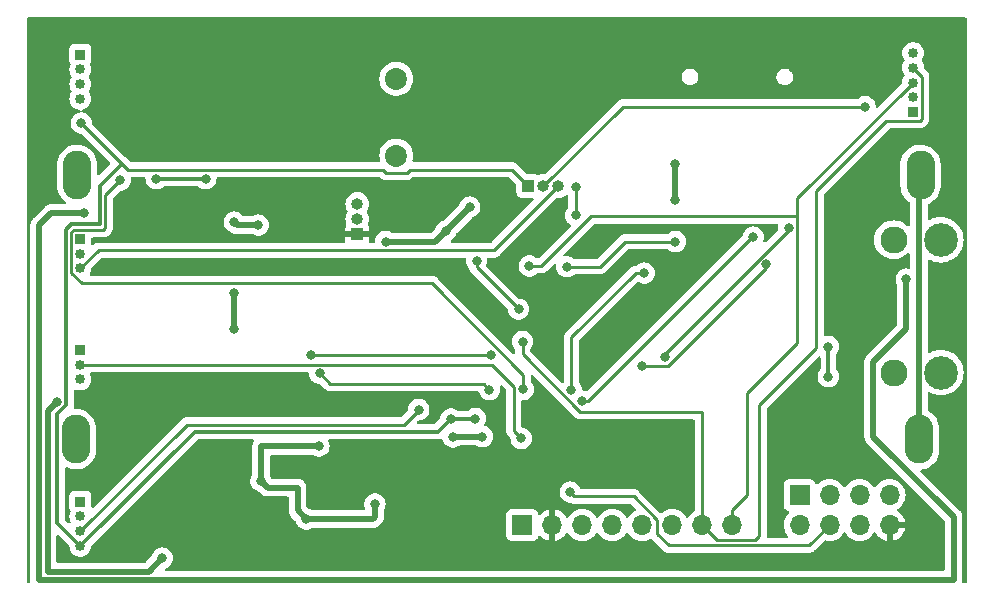
<source format=gbr>
%TF.GenerationSoftware,KiCad,Pcbnew,7.0.8*%
%TF.CreationDate,2023-10-16T09:34:00+02:00*%
%TF.ProjectId,Suspension_telemetry,53757370-656e-4736-996f-6e5f74656c65,rev?*%
%TF.SameCoordinates,Original*%
%TF.FileFunction,Copper,L2,Bot*%
%TF.FilePolarity,Positive*%
%FSLAX46Y46*%
G04 Gerber Fmt 4.6, Leading zero omitted, Abs format (unit mm)*
G04 Created by KiCad (PCBNEW 7.0.8) date 2023-10-16 09:34:00*
%MOMM*%
%LPD*%
G01*
G04 APERTURE LIST*
%TA.AperFunction,ComponentPad*%
%ADD10R,0.850000X0.850000*%
%TD*%
%TA.AperFunction,ComponentPad*%
%ADD11C,0.850000*%
%TD*%
%TA.AperFunction,ComponentPad*%
%ADD12R,1.700000X1.700000*%
%TD*%
%TA.AperFunction,ComponentPad*%
%ADD13O,1.700000X1.700000*%
%TD*%
%TA.AperFunction,ComponentPad*%
%ADD14C,1.860000*%
%TD*%
%TA.AperFunction,ComponentPad*%
%ADD15R,1.000000X1.000000*%
%TD*%
%TA.AperFunction,ComponentPad*%
%ADD16O,1.000000X1.000000*%
%TD*%
%TA.AperFunction,ComponentPad*%
%ADD17C,2.280000*%
%TD*%
%TA.AperFunction,ComponentPad*%
%ADD18C,2.850000*%
%TD*%
%TA.AperFunction,ComponentPad*%
%ADD19O,2.400000X4.140000*%
%TD*%
%TA.AperFunction,ViaPad*%
%ADD20C,0.800000*%
%TD*%
%TA.AperFunction,Conductor*%
%ADD21C,0.500000*%
%TD*%
%TA.AperFunction,Conductor*%
%ADD22C,0.300000*%
%TD*%
%TA.AperFunction,Conductor*%
%ADD23C,0.250000*%
%TD*%
G04 APERTURE END LIST*
D10*
%TO.P,J12,1,1*%
%TO.N,GND*%
X72566000Y-116623200D03*
D11*
%TO.P,J12,2,2*%
X72566000Y-117873200D03*
%TO.P,J12,3,3*%
%TO.N,ADC2_IN1*%
X72566000Y-119123200D03*
%TO.P,J12,4,4*%
%TO.N,+3.3VA*%
X72566000Y-120373200D03*
%TD*%
D12*
%TO.P,J6,1,Pin_1*%
%TO.N,GND*%
X109982000Y-118618000D03*
D13*
%TO.P,J6,2,Pin_2*%
%TO.N,+3.3V*%
X112522000Y-118618000D03*
%TO.P,J6,3,Pin_3*%
%TO.N,unconnected-(J6-Pin_3-Pad3)*%
X115062000Y-118618000D03*
%TO.P,J6,4,Pin_4*%
%TO.N,unconnected-(J6-Pin_4-Pad4)*%
X117602000Y-118618000D03*
%TO.P,J6,5,Pin_5*%
%TO.N,unconnected-(J6-Pin_5-Pad5)*%
X120142000Y-118618000D03*
%TO.P,J6,6,Pin_6*%
%TO.N,unconnected-(J6-Pin_6-Pad6)*%
X122682000Y-118618000D03*
%TO.P,J6,7,Pin_7*%
%TO.N,I2C1_SDA*%
X125222000Y-118618000D03*
%TO.P,J6,8,Pin_8*%
%TO.N,I2C1_SCL*%
X127762000Y-118618000D03*
%TD*%
D14*
%TO.P,S1,1,NO*%
%TO.N,NRST*%
X99314000Y-87324000D03*
%TO.P,S1,2,COM*%
%TO.N,GND*%
X99314000Y-80824000D03*
%TD*%
D15*
%TO.P,J10,1,Pin_1*%
%TO.N,+3.3VA*%
X110490000Y-89916000D03*
D16*
%TO.P,J10,2,Pin_2*%
%TO.N,Net-(J10-Pin_2)*%
X111760000Y-89916000D03*
%TO.P,J10,3,Pin_3*%
%TO.N,+5VA*%
X113030000Y-89916000D03*
%TD*%
D12*
%TO.P,J4,1,Pin_1*%
%TO.N,GND*%
X133461600Y-116058000D03*
D13*
%TO.P,J4,2,Pin_2*%
%TO.N,USART_RX*%
X133461600Y-118598000D03*
%TO.P,J4,3,Pin_3*%
%TO.N,unconnected-(J4-Pin_3-Pad3)*%
X136001600Y-116058000D03*
%TO.P,J4,4,Pin_4*%
%TO.N,ESP8266_CH_PD*%
X136001600Y-118598000D03*
%TO.P,J4,5,Pin_5*%
%TO.N,unconnected-(J4-Pin_5-Pad5)*%
X138541600Y-116058000D03*
%TO.P,J4,6,Pin_6*%
%TO.N,unconnected-(J4-Pin_6-Pad6)*%
X138541600Y-118598000D03*
%TO.P,J4,7,Pin_7*%
%TO.N,USART_TX*%
X141081600Y-116058000D03*
%TO.P,J4,8,Pin_8*%
%TO.N,+3.3V*%
X141081600Y-118598000D03*
%TD*%
D17*
%TO.P,J1,MH1,MH1*%
%TO.N,GND*%
X141422000Y-105696000D03*
%TO.P,J1,MH2,MH2*%
X141422000Y-94456000D03*
D18*
%TO.P,J1,MH3,MH3*%
X145422000Y-105696000D03*
%TO.P,J1,MH4,MH4*%
X145422000Y-94456000D03*
%TD*%
D15*
%TO.P,J2,1,Pin_1*%
%TO.N,+3.3V*%
X96012000Y-93980000D03*
D16*
%TO.P,J2,2,Pin_2*%
%TO.N,Net-(J2-Pin_2)*%
X96012000Y-92710000D03*
%TO.P,J2,3,Pin_3*%
%TO.N,GND*%
X96012000Y-91440000D03*
%TD*%
D10*
%TO.P,J8,1,1*%
%TO.N,GND*%
X72566000Y-103786200D03*
D11*
%TO.P,J8,2,2*%
%TO.N,Net-(J8-Pad2)*%
X72566000Y-105036200D03*
%TO.P,J8,3,3*%
%TO.N,+5VA*%
X72566000Y-106286200D03*
%TD*%
D10*
%TO.P,J9,1,1*%
%TO.N,GND*%
X72566000Y-78777200D03*
D11*
%TO.P,J9,2,2*%
X72566000Y-80027200D03*
%TO.P,J9,3,3*%
%TO.N,ADC2_IN4*%
X72566000Y-81277200D03*
%TO.P,J9,4,4*%
%TO.N,+3.3VA*%
X72566000Y-82527200D03*
%TD*%
D10*
%TO.P,J7,1,1*%
%TO.N,GND*%
X143080000Y-83645700D03*
D11*
%TO.P,J7,2,2*%
%TO.N,Net-(J10-Pin_2)*%
X143080000Y-82395700D03*
%TO.P,J7,3,3*%
%TO.N,I2C1_SCL*%
X143080000Y-81145700D03*
%TO.P,J7,4,4*%
%TO.N,I2C1_SDA*%
X143080000Y-79895700D03*
%TO.P,J7,5,5*%
%TO.N,Net-(J7-Pad5)*%
X143080000Y-78645700D03*
%TD*%
D10*
%TO.P,J11,1,1*%
%TO.N,GND*%
X72566000Y-94388200D03*
D11*
%TO.P,J11,2,2*%
%TO.N,Net-(J11-Pad2)*%
X72566000Y-95638200D03*
%TO.P,J11,3,3*%
%TO.N,+5VA*%
X72566000Y-96888200D03*
%TD*%
D19*
%TO.P,BT1,+*%
%TO.N,/Power_Stabilizer_3_3V/V_in_P*%
X72197000Y-111324000D03*
%TO.P,BT1,-*%
%TO.N,Net-(BT1-Pad-)*%
X143597000Y-111324000D03*
%TD*%
%TO.P,BT2,+*%
%TO.N,Net-(BT1-Pad-)*%
X143701000Y-88972000D03*
%TO.P,BT2,-*%
%TO.N,GND*%
X72301000Y-88972000D03*
%TD*%
D20*
%TO.N,/Power_Stabilizer_3_3V/V_in_P*%
X87858600Y-114871000D03*
X97510600Y-116814600D03*
X92760800Y-111937800D03*
X91694000Y-118110000D03*
%TO.N,GND*%
X83185000Y-89281000D03*
X103505000Y-93726000D03*
X85598000Y-92964000D03*
X135890000Y-103505000D03*
X104114600Y-111150400D03*
X135890000Y-106045000D03*
X87630000Y-93218000D03*
X122936000Y-91059000D03*
X106603800Y-111125000D03*
X78994000Y-89281000D03*
X122936000Y-88011000D03*
X105537000Y-91694000D03*
X85598000Y-98933000D03*
X98425000Y-94614200D03*
X85598000Y-101981000D03*
%TO.N,+3.3V*%
X108559600Y-87179500D03*
X103632000Y-97790000D03*
X109550200Y-91516200D03*
X98552000Y-112776000D03*
X118364000Y-111506000D03*
X117348000Y-98044000D03*
X107442000Y-112268000D03*
X112268000Y-78994000D03*
X110794800Y-94284800D03*
%TO.N,+5V*%
X79502000Y-121412000D03*
X70590023Y-108182023D03*
%TO.N,+3.3VA*%
X72644000Y-84582000D03*
X106007500Y-109601000D03*
X103936800Y-109626400D03*
%TO.N,SDIO_D2*%
X114151600Y-107173400D03*
X120314900Y-97282000D03*
%TO.N,SDIO_D3*%
X122936000Y-94616600D03*
X113759600Y-96739200D03*
%TO.N,SDIO_CK*%
X115065500Y-108137400D03*
X129540000Y-94234000D03*
%TO.N,SDIO_D0*%
X120142000Y-105156000D03*
X130643500Y-96515700D03*
%TO.N,SDIO_D1*%
X122036000Y-104394000D03*
X132540300Y-93472000D03*
%TO.N,ESP8266_CH_PD*%
X114046000Y-115824000D03*
%TO.N,SWDCLK*%
X114517300Y-90019800D03*
X114528900Y-92400000D03*
%TO.N,BOOT*%
X106121500Y-96266000D03*
X109673800Y-100336000D03*
%TO.N,I2C1_SDA*%
X110008000Y-103077800D03*
%TO.N,I2C1_SCL*%
X110576300Y-96671700D03*
%TO.N,Net-(J10-Pin_2)*%
X138991100Y-83175100D03*
%TO.N,Net-(J8-Pad2)*%
X109891900Y-111269400D03*
%TO.N,ADC2_IN4*%
X110059449Y-107125000D03*
X75946000Y-89408000D03*
%TO.N,ADC2_IN1*%
X101219000Y-108828500D03*
%TO.N,ADC3_IN0*%
X107204797Y-107153997D03*
X92837000Y-105760700D03*
%TO.N,ADC2_IN13*%
X107309700Y-104212000D03*
X92075000Y-104216200D03*
%TO.N,5V_USB*%
X142494000Y-97790000D03*
X72898000Y-92202000D03*
%TD*%
D21*
%TO.N,/Power_Stabilizer_3_3V/V_in_P*%
X87884000Y-114845600D02*
X87858600Y-114871000D01*
X90957400Y-117373400D02*
X91694000Y-118110000D01*
X91694000Y-118110000D02*
X97319700Y-118110000D01*
X90957400Y-115443000D02*
X88430600Y-115443000D01*
X97510600Y-117919100D02*
X97510600Y-116814600D01*
X87884000Y-111937800D02*
X87884000Y-114845600D01*
X88430600Y-115443000D02*
X87858600Y-114871000D01*
X90957400Y-115443000D02*
X90957400Y-117373400D01*
X97319700Y-118110000D02*
X97510600Y-117919100D01*
X92760800Y-111937800D02*
X87884000Y-111937800D01*
%TO.N,Net-(BT1-Pad-)*%
X143547000Y-89126000D02*
X143701000Y-88972000D01*
X143547000Y-111274000D02*
X143547000Y-89126000D01*
X143597000Y-111324000D02*
X143547000Y-111274000D01*
%TO.N,GND*%
X85598000Y-101981000D02*
X85598000Y-98933000D01*
X103505000Y-93726000D02*
X102616800Y-94614200D01*
X106603800Y-111125000D02*
X104140000Y-111125000D01*
X104140000Y-111125000D02*
X104114600Y-111150400D01*
X85852000Y-93218000D02*
X85598000Y-92964000D01*
D22*
X83185000Y-89281000D02*
X78994000Y-89281000D01*
D21*
X102616800Y-94614200D02*
X98425000Y-94614200D01*
X87630000Y-93218000D02*
X85852000Y-93218000D01*
X122936000Y-91059000D02*
X122936000Y-88011000D01*
D22*
X135890000Y-106045000D02*
X135890000Y-103505000D01*
D21*
X103505000Y-93726000D02*
X105537000Y-91694000D01*
%TO.N,+5V*%
X78366000Y-122548000D02*
X69850000Y-122548000D01*
X69788000Y-108984046D02*
X70590023Y-108182023D01*
X69850000Y-122548000D02*
X69788000Y-122486000D01*
X79502000Y-121412000D02*
X78366000Y-122548000D01*
X69788000Y-122486000D02*
X69788000Y-108984046D01*
D23*
%TO.N,+3.3VA*%
X100457000Y-88519000D02*
X109093000Y-88519000D01*
D22*
X103936800Y-109626400D02*
X102870000Y-110693200D01*
D23*
X76073000Y-88011000D02*
X76581000Y-88519000D01*
D22*
X70612000Y-109220000D02*
X71374000Y-108458000D01*
D23*
X98425000Y-88773000D02*
X100203000Y-88773000D01*
D22*
X82246000Y-110693200D02*
X72566000Y-120373200D01*
X74201000Y-89883000D02*
X76073000Y-88011000D01*
X71341000Y-93631829D02*
X71809629Y-93163200D01*
X71809629Y-93163200D02*
X74201000Y-93163200D01*
D23*
X76581000Y-88519000D02*
X98171000Y-88519000D01*
X72644000Y-84582000D02*
X76073000Y-88011000D01*
X98171000Y-88519000D02*
X98425000Y-88773000D01*
X109093000Y-88519000D02*
X110490000Y-89916000D01*
D22*
X104495600Y-109626400D02*
X103936800Y-109626400D01*
X106007500Y-109601000D02*
X104521000Y-109601000D01*
D23*
X100203000Y-88773000D02*
X100457000Y-88519000D01*
D22*
X102870000Y-110693200D02*
X82246000Y-110693200D01*
X71341000Y-97436451D02*
X71341000Y-93631829D01*
X74201000Y-93163200D02*
X74201000Y-89883000D01*
X72566000Y-120373200D02*
X70612000Y-118419200D01*
X71374000Y-108458000D02*
X71374000Y-97469452D01*
X104521000Y-109601000D02*
X104495600Y-109626400D01*
X71374000Y-97469452D02*
X71341000Y-97436451D01*
X70612000Y-118419200D02*
X70612000Y-109220000D01*
D23*
%TO.N,+5VA*%
X74115500Y-95338700D02*
X107607300Y-95338700D01*
X72566000Y-96888200D02*
X74115500Y-95338700D01*
X107607300Y-95338700D02*
X113030000Y-89916000D01*
%TO.N,SDIO_D2*%
X120314900Y-97282000D02*
X119585300Y-97282000D01*
X114151600Y-102715700D02*
X114151600Y-107173400D01*
X119585300Y-97282000D02*
X114151600Y-102715700D01*
%TO.N,SDIO_D3*%
X116548500Y-96739200D02*
X113759600Y-96739200D01*
X122936000Y-94616600D02*
X118671100Y-94616600D01*
X118671100Y-94616600D02*
X116548500Y-96739200D01*
%TO.N,SDIO_CK*%
X115534200Y-108137400D02*
X115065500Y-108137400D01*
X129437600Y-94234000D02*
X115534200Y-108137400D01*
X129540000Y-94234000D02*
X129437600Y-94234000D01*
%TO.N,SDIO_D0*%
X130643500Y-96828400D02*
X122315900Y-105156000D01*
X122315900Y-105156000D02*
X120142000Y-105156000D01*
X130643500Y-96515700D02*
X130643500Y-96828400D01*
%TO.N,SDIO_D1*%
X132540300Y-93591000D02*
X122036000Y-104095300D01*
X132540300Y-93472000D02*
X132540300Y-93591000D01*
X122036000Y-104095300D02*
X122036000Y-104394000D01*
%TO.N,ESP8266_CH_PD*%
X121412000Y-118186200D02*
X121412000Y-119380000D01*
X114046000Y-115824000D02*
X114401600Y-116179600D01*
X119405400Y-116179600D02*
X121412000Y-118186200D01*
X134261600Y-120338000D02*
X136001600Y-118598000D01*
X114401600Y-116179600D02*
X119405400Y-116179600D01*
X121412000Y-119380000D02*
X122370000Y-120338000D01*
X122370000Y-120338000D02*
X134261600Y-120338000D01*
%TO.N,SWDCLK*%
X114517300Y-92388400D02*
X114528900Y-92400000D01*
X114517300Y-90019800D02*
X114517300Y-92388400D01*
%TO.N,BOOT*%
X106121500Y-96266000D02*
X106121500Y-96783700D01*
X106121500Y-96783700D02*
X109673800Y-100336000D01*
%TO.N,I2C1_SDA*%
X130048000Y-119554000D02*
X130048000Y-108458000D01*
X114909200Y-109042200D02*
X125222000Y-109042200D01*
X143833700Y-84201620D02*
X143833700Y-80649400D01*
X125222000Y-109042200D02*
X125222000Y-118618000D01*
X129714000Y-119888000D02*
X130048000Y-119554000D01*
X134874000Y-103632000D02*
X134874000Y-90322400D01*
X126492000Y-119888000D02*
X129714000Y-119888000D01*
X140800700Y-84395700D02*
X143639620Y-84395700D01*
X143639620Y-84395700D02*
X143833700Y-84201620D01*
X125222000Y-118618000D02*
X126492000Y-119888000D01*
X134874000Y-90322400D02*
X140800700Y-84395700D01*
X130048000Y-108458000D02*
X134874000Y-103632000D01*
X143833700Y-80649400D02*
X143080000Y-79895700D01*
X110008000Y-103077800D02*
X110008000Y-104141000D01*
X110008000Y-104141000D02*
X114909200Y-109042200D01*
%TO.N,I2C1_SCL*%
X111588800Y-96671700D02*
X110576300Y-96671700D01*
X129032000Y-107442000D02*
X133264800Y-103209200D01*
X133264800Y-103209200D02*
X133264800Y-90960900D01*
X133264800Y-92456000D02*
X115804500Y-92456000D01*
X115804500Y-92456000D02*
X111588800Y-96671700D01*
X133264800Y-90960900D02*
X143080000Y-81145700D01*
X129032000Y-116078000D02*
X129032000Y-107442000D01*
X127762000Y-118618000D02*
X127762000Y-117348000D01*
X127762000Y-117348000D02*
X129032000Y-116078000D01*
%TO.N,Net-(J10-Pin_2)*%
X118500800Y-83175200D02*
X138991100Y-83175200D01*
X138991100Y-83175200D02*
X138991100Y-83175100D01*
X111760000Y-89916000D02*
X118500800Y-83175200D01*
%TO.N,Net-(J8-Pad2)*%
X72566000Y-105036200D02*
X107391900Y-105036200D01*
X109264100Y-106908400D02*
X109264100Y-110641600D01*
X107391900Y-105036200D02*
X109264100Y-106908400D01*
X109264100Y-110641600D02*
X109891900Y-111269400D01*
%TO.N,ADC2_IN4*%
X71816000Y-97239700D02*
X71816000Y-93828580D01*
X72705800Y-98129500D02*
X71816000Y-97239700D01*
X74509800Y-93638200D02*
X74676000Y-93472000D01*
X72006380Y-93638200D02*
X74509800Y-93638200D01*
X110059449Y-105865249D02*
X102323700Y-98129500D01*
X74676000Y-93472000D02*
X74676000Y-90678000D01*
X102323700Y-98129500D02*
X72705800Y-98129500D01*
X110059449Y-107125000D02*
X110059449Y-105865249D01*
X74676000Y-90678000D02*
X75946000Y-89408000D01*
X71816000Y-93828580D02*
X72006380Y-93638200D01*
%TO.N,ADC2_IN1*%
X81580200Y-110109000D02*
X72566000Y-119123200D01*
X99938500Y-110109000D02*
X81580200Y-110109000D01*
X101219000Y-108828500D02*
X99938500Y-110109000D01*
%TO.N,ADC3_IN0*%
X93730900Y-106654600D02*
X106705400Y-106654600D01*
X106705400Y-106654600D02*
X107204797Y-107153997D01*
X92837000Y-105760700D02*
X93730900Y-106654600D01*
%TO.N,ADC2_IN13*%
X92075000Y-104216200D02*
X92079200Y-104212000D01*
X92079200Y-104212000D02*
X107309700Y-104212000D01*
D21*
%TO.N,5V_USB*%
X139700000Y-111125000D02*
X139700000Y-104775000D01*
X146500000Y-123248000D02*
X146500000Y-117925000D01*
X139700000Y-104775000D02*
X142494000Y-101981000D01*
X69088000Y-93218000D02*
X69088000Y-123248000D01*
X142494000Y-101981000D02*
X142494000Y-97790000D01*
X72898000Y-92202000D02*
X70104000Y-92202000D01*
X70104000Y-92202000D02*
X69088000Y-93218000D01*
X146500000Y-117925000D02*
X139700000Y-111125000D01*
X69088000Y-123248000D02*
X146500000Y-123248000D01*
%TD*%
%TA.AperFunction,Conductor*%
%TO.N,+3.3V*%
G36*
X147570539Y-75658185D02*
G01*
X147616294Y-75710989D01*
X147627500Y-75762500D01*
X147627500Y-123373500D01*
X147607815Y-123440539D01*
X147555011Y-123486294D01*
X147503500Y-123497500D01*
X147368981Y-123497500D01*
X147301942Y-123477815D01*
X147256187Y-123425011D01*
X147246243Y-123355853D01*
X147248325Y-123344896D01*
X147250500Y-123335721D01*
X147250500Y-123271640D01*
X147250605Y-123268034D01*
X147254331Y-123204065D01*
X147252384Y-123193021D01*
X147250500Y-123171490D01*
X147250500Y-117988705D01*
X147251809Y-117970735D01*
X147255289Y-117946974D01*
X147251897Y-117908203D01*
X147250735Y-117894933D01*
X147250500Y-117889532D01*
X147250500Y-117881296D01*
X147250500Y-117881291D01*
X147246691Y-117848705D01*
X147239998Y-117772203D01*
X147239995Y-117772194D01*
X147238538Y-117765135D01*
X147238598Y-117765122D01*
X147236965Y-117757757D01*
X147236906Y-117757772D01*
X147235241Y-117750749D01*
X147235241Y-117750745D01*
X147208971Y-117678568D01*
X147202990Y-117660517D01*
X147184816Y-117605670D01*
X147181761Y-117599118D01*
X147181815Y-117599092D01*
X147178533Y-117592312D01*
X147178480Y-117592340D01*
X147175238Y-117585886D01*
X147175237Y-117585883D01*
X147133038Y-117521723D01*
X147092712Y-117456344D01*
X147092711Y-117456343D01*
X147092710Y-117456341D01*
X147088234Y-117450681D01*
X147088280Y-117450643D01*
X147083519Y-117444799D01*
X147083474Y-117444838D01*
X147078834Y-117439308D01*
X147022982Y-117386613D01*
X143733136Y-114096768D01*
X143699651Y-114035445D01*
X143704635Y-113965753D01*
X143746507Y-113909820D01*
X143797205Y-113887356D01*
X144048927Y-113838538D01*
X144048930Y-113838537D01*
X144294663Y-113750281D01*
X144294664Y-113750280D01*
X144294668Y-113750279D01*
X144524057Y-113625541D01*
X144731716Y-113467250D01*
X144912778Y-113279114D01*
X145062999Y-113065544D01*
X145178859Y-112831547D01*
X145257641Y-112582605D01*
X145297500Y-112324555D01*
X145297500Y-110388823D01*
X145282516Y-110193656D01*
X145223021Y-109939414D01*
X145223018Y-109939406D01*
X145125418Y-109697241D01*
X145125413Y-109697232D01*
X145084489Y-109628395D01*
X144991982Y-109472792D01*
X144825852Y-109271348D01*
X144825849Y-109271345D01*
X144630928Y-109097631D01*
X144630911Y-109097618D01*
X144411757Y-108955696D01*
X144406885Y-108953512D01*
X144393488Y-108947506D01*
X144370774Y-108937323D01*
X144317653Y-108891936D01*
X144297503Y-108825035D01*
X144297500Y-108824173D01*
X144297500Y-107484821D01*
X144317185Y-107417782D01*
X144369989Y-107372027D01*
X144439147Y-107362083D01*
X144480925Y-107375988D01*
X144521002Y-107397872D01*
X144620069Y-107451967D01*
X144620068Y-107451967D01*
X144620072Y-107451968D01*
X144620075Y-107451970D01*
X144878138Y-107548223D01*
X145147273Y-107606769D01*
X145402350Y-107625012D01*
X145421999Y-107626418D01*
X145422000Y-107626418D01*
X145422001Y-107626418D01*
X145440338Y-107625106D01*
X145696727Y-107606769D01*
X145965862Y-107548223D01*
X146223925Y-107451970D01*
X146465663Y-107319971D01*
X146686155Y-107154913D01*
X146880913Y-106960155D01*
X147045971Y-106739663D01*
X147177970Y-106497925D01*
X147274223Y-106239862D01*
X147332769Y-105970727D01*
X147352418Y-105696000D01*
X147332769Y-105421273D01*
X147274223Y-105152138D01*
X147177970Y-104894075D01*
X147126195Y-104799257D01*
X147045974Y-104652342D01*
X147045969Y-104652334D01*
X146880919Y-104431852D01*
X146880903Y-104431834D01*
X146686165Y-104237096D01*
X146686147Y-104237080D01*
X146465665Y-104072030D01*
X146465657Y-104072025D01*
X146223930Y-103940032D01*
X146223931Y-103940032D01*
X146155769Y-103914609D01*
X145965862Y-103843777D01*
X145965855Y-103843775D01*
X145965854Y-103843775D01*
X145696734Y-103785232D01*
X145696727Y-103785231D01*
X145422001Y-103765582D01*
X145421999Y-103765582D01*
X145147272Y-103785231D01*
X145147265Y-103785232D01*
X144878145Y-103843775D01*
X144878141Y-103843776D01*
X144878138Y-103843777D01*
X144775903Y-103881909D01*
X144620068Y-103940032D01*
X144480927Y-104016010D01*
X144412654Y-104030862D01*
X144347190Y-104006445D01*
X144305318Y-103950512D01*
X144297500Y-103907178D01*
X144297500Y-96244821D01*
X144317185Y-96177782D01*
X144369989Y-96132027D01*
X144439147Y-96122083D01*
X144480925Y-96135988D01*
X144557464Y-96177782D01*
X144620069Y-96211967D01*
X144620068Y-96211967D01*
X144620072Y-96211968D01*
X144620075Y-96211970D01*
X144878138Y-96308223D01*
X145147273Y-96366769D01*
X145402350Y-96385012D01*
X145421999Y-96386418D01*
X145422000Y-96386418D01*
X145422001Y-96386418D01*
X145440338Y-96385106D01*
X145696727Y-96366769D01*
X145965862Y-96308223D01*
X146223925Y-96211970D01*
X146465663Y-96079971D01*
X146686155Y-95914913D01*
X146880913Y-95720155D01*
X147045971Y-95499663D01*
X147177970Y-95257925D01*
X147274223Y-94999862D01*
X147332769Y-94730727D01*
X147352418Y-94456000D01*
X147332769Y-94181273D01*
X147274223Y-93912138D01*
X147177970Y-93654075D01*
X147170496Y-93640388D01*
X147045974Y-93412342D01*
X147045969Y-93412334D01*
X146880919Y-93191852D01*
X146880903Y-93191834D01*
X146686165Y-92997096D01*
X146686147Y-92997080D01*
X146465665Y-92832030D01*
X146465657Y-92832025D01*
X146223930Y-92700032D01*
X146223931Y-92700032D01*
X146139095Y-92668390D01*
X145965862Y-92603777D01*
X145965855Y-92603775D01*
X145965854Y-92603775D01*
X145696734Y-92545232D01*
X145696727Y-92545231D01*
X145422001Y-92525582D01*
X145421999Y-92525582D01*
X145147272Y-92545231D01*
X145147265Y-92545232D01*
X144878145Y-92603775D01*
X144878141Y-92603776D01*
X144878138Y-92603777D01*
X144757805Y-92648659D01*
X144620068Y-92700032D01*
X144480927Y-92776010D01*
X144412654Y-92790862D01*
X144347190Y-92766445D01*
X144305318Y-92710512D01*
X144297500Y-92667178D01*
X144297500Y-91521833D01*
X144317185Y-91454794D01*
X144369989Y-91409039D01*
X144379577Y-91405135D01*
X144398668Y-91398279D01*
X144628057Y-91273541D01*
X144835716Y-91115250D01*
X145016778Y-90927114D01*
X145166999Y-90713544D01*
X145282859Y-90479547D01*
X145361641Y-90230605D01*
X145401500Y-89972555D01*
X145401500Y-88036823D01*
X145386516Y-87841656D01*
X145327021Y-87587414D01*
X145327018Y-87587406D01*
X145229418Y-87345241D01*
X145229413Y-87345232D01*
X145161169Y-87230441D01*
X145095982Y-87120792D01*
X144929852Y-86919348D01*
X144929849Y-86919345D01*
X144734928Y-86745631D01*
X144734911Y-86745618D01*
X144515757Y-86603695D01*
X144515753Y-86603694D01*
X144277488Y-86496881D01*
X144025714Y-86427693D01*
X143852946Y-86407748D01*
X143766325Y-86397748D01*
X143766324Y-86397748D01*
X143505406Y-86407748D01*
X143249071Y-86457462D01*
X143249069Y-86457462D01*
X143003336Y-86545718D01*
X142773939Y-86670461D01*
X142566288Y-86828746D01*
X142566284Y-86828749D01*
X142566284Y-86828750D01*
X142479093Y-86919348D01*
X142385223Y-87016885D01*
X142385214Y-87016895D01*
X142235010Y-87230441D01*
X142234999Y-87230460D01*
X142119139Y-87464455D01*
X142046131Y-87695156D01*
X142040359Y-87713395D01*
X142000500Y-87971445D01*
X142000500Y-89907177D01*
X142012628Y-90065151D01*
X142015484Y-90102342D01*
X142015484Y-90102347D01*
X142074978Y-90356583D01*
X142074981Y-90356593D01*
X142172581Y-90598758D01*
X142172586Y-90598767D01*
X142227251Y-90690716D01*
X142306018Y-90823208D01*
X142469228Y-91021111D01*
X142472150Y-91024654D01*
X142667071Y-91198368D01*
X142667084Y-91198378D01*
X142739901Y-91245533D01*
X142785473Y-91298496D01*
X142796500Y-91349615D01*
X142796500Y-93203946D01*
X142776815Y-93270985D01*
X142724011Y-93316740D01*
X142654853Y-93326684D01*
X142591297Y-93297659D01*
X142586296Y-93293002D01*
X142557652Y-93268538D01*
X142389244Y-93124703D01*
X142169075Y-92989784D01*
X142169074Y-92989783D01*
X142169070Y-92989781D01*
X141930512Y-92890968D01*
X141930514Y-92890968D01*
X141930510Y-92890967D01*
X141930506Y-92890966D01*
X141930500Y-92890964D01*
X141679427Y-92830687D01*
X141422000Y-92810427D01*
X141164572Y-92830687D01*
X140913499Y-92890964D01*
X140913487Y-92890968D01*
X140674929Y-92989781D01*
X140454755Y-93124703D01*
X140258404Y-93292404D01*
X140090703Y-93488755D01*
X139955781Y-93708929D01*
X139856968Y-93947487D01*
X139856964Y-93947499D01*
X139796687Y-94198572D01*
X139776427Y-94456000D01*
X139796687Y-94713427D01*
X139856964Y-94964500D01*
X139856968Y-94964512D01*
X139955781Y-95203070D01*
X139955783Y-95203074D01*
X139955784Y-95203075D01*
X140090703Y-95423244D01*
X140258404Y-95619596D01*
X140454756Y-95787297D01*
X140674925Y-95922216D01*
X140674927Y-95922216D01*
X140674929Y-95922218D01*
X140740461Y-95949362D01*
X140913490Y-96021033D01*
X141164576Y-96081313D01*
X141422000Y-96101573D01*
X141679424Y-96081313D01*
X141930510Y-96021033D01*
X142169075Y-95922216D01*
X142389244Y-95787297D01*
X142585596Y-95619596D01*
X142585597Y-95619594D01*
X142589300Y-95616432D01*
X142590170Y-95617450D01*
X142646142Y-95586888D01*
X142715834Y-95591872D01*
X142771767Y-95633744D01*
X142796184Y-95699208D01*
X142796500Y-95708054D01*
X142796500Y-96780553D01*
X142776815Y-96847592D01*
X142724011Y-96893347D01*
X142654853Y-96903291D01*
X142646721Y-96901844D01*
X142637706Y-96899928D01*
X142588646Y-96889500D01*
X142399354Y-96889500D01*
X142366897Y-96896398D01*
X142214197Y-96928855D01*
X142214192Y-96928857D01*
X142041270Y-97005848D01*
X142041265Y-97005851D01*
X141888129Y-97117111D01*
X141761466Y-97257785D01*
X141666821Y-97421715D01*
X141666818Y-97421722D01*
X141608781Y-97600344D01*
X141608326Y-97601744D01*
X141588540Y-97790000D01*
X141608326Y-97978256D01*
X141608327Y-97978259D01*
X141666818Y-98158277D01*
X141666821Y-98158284D01*
X141726887Y-98262321D01*
X141743500Y-98324321D01*
X141743500Y-101618769D01*
X141723815Y-101685808D01*
X141707181Y-101706450D01*
X139214358Y-104199272D01*
X139200729Y-104211051D01*
X139181468Y-104225390D01*
X139147898Y-104265397D01*
X139144253Y-104269376D01*
X139138409Y-104275222D01*
X139118059Y-104300959D01*
X139068695Y-104359789D01*
X139064729Y-104365819D01*
X139064682Y-104365788D01*
X139060630Y-104372147D01*
X139060679Y-104372177D01*
X139056889Y-104378321D01*
X139024424Y-104447941D01*
X138989960Y-104516566D01*
X138987488Y-104523357D01*
X138987432Y-104523336D01*
X138984960Y-104530450D01*
X138985015Y-104530469D01*
X138982742Y-104537327D01*
X138978734Y-104556740D01*
X138967207Y-104612565D01*
X138957782Y-104652334D01*
X138949498Y-104687286D01*
X138948661Y-104694454D01*
X138948601Y-104694447D01*
X138947835Y-104701945D01*
X138947895Y-104701951D01*
X138947265Y-104709140D01*
X138949500Y-104785916D01*
X138949500Y-111061294D01*
X138948191Y-111079263D01*
X138944710Y-111103025D01*
X138949264Y-111155064D01*
X138949500Y-111160470D01*
X138949500Y-111168709D01*
X138953306Y-111201274D01*
X138960000Y-111277791D01*
X138961461Y-111284867D01*
X138961403Y-111284878D01*
X138963034Y-111292237D01*
X138963092Y-111292224D01*
X138964757Y-111299250D01*
X138991025Y-111371424D01*
X139015185Y-111444331D01*
X139018236Y-111450874D01*
X139018182Y-111450898D01*
X139021470Y-111457688D01*
X139021521Y-111457663D01*
X139024761Y-111464113D01*
X139024762Y-111464114D01*
X139024763Y-111464117D01*
X139043942Y-111493277D01*
X139066965Y-111528283D01*
X139107287Y-111593655D01*
X139111766Y-111599319D01*
X139111719Y-111599356D01*
X139116482Y-111605202D01*
X139116528Y-111605164D01*
X139121173Y-111610700D01*
X139162056Y-111649270D01*
X139177018Y-111663386D01*
X142463239Y-114949607D01*
X145713181Y-118199548D01*
X145746666Y-118260871D01*
X145749500Y-118287229D01*
X145749500Y-122373500D01*
X145729815Y-122440539D01*
X145677011Y-122486294D01*
X145625500Y-122497500D01*
X79861265Y-122497500D01*
X79794226Y-122477815D01*
X79748471Y-122425011D01*
X79738527Y-122355853D01*
X79767552Y-122292297D01*
X79810829Y-122260221D01*
X79875698Y-122231338D01*
X79954730Y-122196151D01*
X80107871Y-122084888D01*
X80234533Y-121944216D01*
X80329179Y-121780284D01*
X80387674Y-121600256D01*
X80407460Y-121412000D01*
X80387674Y-121223744D01*
X80329179Y-121043716D01*
X80234533Y-120879784D01*
X80107871Y-120739112D01*
X80100901Y-120734048D01*
X79954734Y-120627851D01*
X79954729Y-120627848D01*
X79781807Y-120550857D01*
X79781802Y-120550855D01*
X79636001Y-120519865D01*
X79596646Y-120511500D01*
X79407354Y-120511500D01*
X79374897Y-120518398D01*
X79222197Y-120550855D01*
X79222192Y-120550857D01*
X79049270Y-120627848D01*
X79049265Y-120627851D01*
X78896129Y-120739111D01*
X78769466Y-120879785D01*
X78674821Y-121043715D01*
X78674819Y-121043719D01*
X78619478Y-121214041D01*
X78589228Y-121263403D01*
X78091451Y-121761181D01*
X78030128Y-121794666D01*
X78003770Y-121797500D01*
X70662500Y-121797500D01*
X70595461Y-121777815D01*
X70549706Y-121725011D01*
X70538500Y-121673500D01*
X70538500Y-119565008D01*
X70558185Y-119497969D01*
X70610989Y-119452214D01*
X70680147Y-119442270D01*
X70743703Y-119471295D01*
X70750181Y-119477327D01*
X71603101Y-120330247D01*
X71636586Y-120391570D01*
X71638741Y-120404966D01*
X71655738Y-120566683D01*
X71715856Y-120751710D01*
X71715857Y-120751711D01*
X71779173Y-120861377D01*
X71813130Y-120920192D01*
X71854081Y-120965673D01*
X71943302Y-121064764D01*
X71943305Y-121064766D01*
X71943308Y-121064769D01*
X72061352Y-121150533D01*
X72100702Y-121179123D01*
X72168926Y-121209497D01*
X72278429Y-121258251D01*
X72468726Y-121298700D01*
X72663274Y-121298700D01*
X72853571Y-121258251D01*
X73031299Y-121179122D01*
X73188692Y-121064769D01*
X73318870Y-120920192D01*
X73416144Y-120751708D01*
X73476262Y-120566682D01*
X73493259Y-120404962D01*
X73519842Y-120340351D01*
X73528889Y-120330255D01*
X82479127Y-111380019D01*
X82540450Y-111346534D01*
X82566808Y-111343700D01*
X87141503Y-111343700D01*
X87208542Y-111363385D01*
X87254297Y-111416189D01*
X87264241Y-111485347D01*
X87252313Y-111523352D01*
X87223940Y-111579846D01*
X87222229Y-111583020D01*
X87190188Y-111638517D01*
X87190187Y-111638519D01*
X87186968Y-111649270D01*
X87178996Y-111669337D01*
X87173960Y-111679365D01*
X87173959Y-111679369D01*
X87159182Y-111741712D01*
X87158249Y-111745193D01*
X87139869Y-111806592D01*
X87139217Y-111817790D01*
X87136087Y-111839161D01*
X87133500Y-111850079D01*
X87133500Y-111914158D01*
X87133395Y-111917763D01*
X87129669Y-111981734D01*
X87129669Y-111981735D01*
X87131616Y-111992777D01*
X87133500Y-112014309D01*
X87133500Y-114292683D01*
X87116888Y-114354682D01*
X87031420Y-114502718D01*
X87031418Y-114502722D01*
X86993309Y-114620011D01*
X86972926Y-114682744D01*
X86953140Y-114871000D01*
X86972926Y-115059256D01*
X86972927Y-115059259D01*
X87031418Y-115239277D01*
X87031421Y-115239284D01*
X87126067Y-115403216D01*
X87252729Y-115543888D01*
X87405865Y-115655148D01*
X87405870Y-115655151D01*
X87578791Y-115732142D01*
X87578794Y-115732142D01*
X87578797Y-115732144D01*
X87612821Y-115739375D01*
X87643929Y-115745988D01*
X87705411Y-115779180D01*
X87705830Y-115779597D01*
X87854868Y-115928635D01*
X87866650Y-115942268D01*
X87876775Y-115955869D01*
X87880990Y-115961530D01*
X87921020Y-115995119D01*
X87924992Y-115998759D01*
X87930823Y-116004590D01*
X87930822Y-116004590D01*
X87940518Y-116012256D01*
X87956544Y-116024927D01*
X88015386Y-116074302D01*
X88015394Y-116074306D01*
X88021424Y-116078273D01*
X88021390Y-116078323D01*
X88027737Y-116082366D01*
X88027769Y-116082316D01*
X88033918Y-116086108D01*
X88033920Y-116086109D01*
X88033923Y-116086111D01*
X88103530Y-116118569D01*
X88172167Y-116153040D01*
X88172176Y-116153042D01*
X88178955Y-116155510D01*
X88178934Y-116155567D01*
X88186051Y-116158040D01*
X88186070Y-116157984D01*
X88192930Y-116160257D01*
X88268132Y-116175784D01*
X88342879Y-116193500D01*
X88342888Y-116193500D01*
X88350052Y-116194338D01*
X88350045Y-116194397D01*
X88357546Y-116195163D01*
X88357552Y-116195104D01*
X88364740Y-116195733D01*
X88364743Y-116195732D01*
X88364744Y-116195733D01*
X88441498Y-116193500D01*
X90082900Y-116193500D01*
X90149939Y-116213185D01*
X90195694Y-116265989D01*
X90206900Y-116317500D01*
X90206900Y-117309694D01*
X90205591Y-117327663D01*
X90202110Y-117351425D01*
X90206664Y-117403464D01*
X90206900Y-117408870D01*
X90206900Y-117417109D01*
X90210706Y-117449675D01*
X90211747Y-117461574D01*
X90217400Y-117526191D01*
X90218861Y-117533267D01*
X90218803Y-117533278D01*
X90220434Y-117540637D01*
X90220492Y-117540624D01*
X90222157Y-117547650D01*
X90248425Y-117619824D01*
X90272585Y-117692731D01*
X90275636Y-117699274D01*
X90275582Y-117699298D01*
X90278870Y-117706088D01*
X90278921Y-117706063D01*
X90282161Y-117712513D01*
X90282162Y-117712514D01*
X90282163Y-117712517D01*
X90311927Y-117757772D01*
X90324365Y-117776683D01*
X90364687Y-117842055D01*
X90369166Y-117847719D01*
X90369119Y-117847756D01*
X90373882Y-117853602D01*
X90373928Y-117853564D01*
X90378573Y-117859100D01*
X90434417Y-117911785D01*
X90781228Y-118258596D01*
X90811478Y-118307958D01*
X90866819Y-118478280D01*
X90866821Y-118478284D01*
X90961467Y-118642216D01*
X91011945Y-118698277D01*
X91088129Y-118782888D01*
X91241265Y-118894148D01*
X91241270Y-118894151D01*
X91414192Y-118971142D01*
X91414197Y-118971144D01*
X91599354Y-119010500D01*
X91599355Y-119010500D01*
X91788644Y-119010500D01*
X91788646Y-119010500D01*
X91973803Y-118971144D01*
X92146730Y-118894151D01*
X92148776Y-118892664D01*
X92160452Y-118884182D01*
X92226258Y-118860702D01*
X92233337Y-118860500D01*
X97255995Y-118860500D01*
X97273965Y-118861809D01*
X97297723Y-118865289D01*
X97349768Y-118860735D01*
X97355170Y-118860500D01*
X97363404Y-118860500D01*
X97363409Y-118860500D01*
X97375027Y-118859141D01*
X97395976Y-118856693D01*
X97408728Y-118855577D01*
X97472497Y-118849999D01*
X97472505Y-118849996D01*
X97479566Y-118848539D01*
X97479578Y-118848598D01*
X97486943Y-118846965D01*
X97486929Y-118846906D01*
X97493946Y-118845241D01*
X97493955Y-118845241D01*
X97566123Y-118818974D01*
X97639034Y-118794814D01*
X97639043Y-118794807D01*
X97645582Y-118791760D01*
X97645608Y-118791816D01*
X97652390Y-118788532D01*
X97652363Y-118788478D01*
X97658806Y-118785240D01*
X97658817Y-118785237D01*
X97722983Y-118743034D01*
X97788356Y-118702712D01*
X97788362Y-118702705D01*
X97794025Y-118698229D01*
X97794062Y-118698277D01*
X97799899Y-118693522D01*
X97799860Y-118693475D01*
X97805385Y-118688836D01*
X97805396Y-118688830D01*
X97858090Y-118632977D01*
X97996244Y-118494821D01*
X98009871Y-118483046D01*
X98029130Y-118468710D01*
X98062711Y-118428687D01*
X98066367Y-118424699D01*
X98072189Y-118418878D01*
X98080667Y-118408156D01*
X98092527Y-118393155D01*
X98141902Y-118334314D01*
X98141904Y-118334309D01*
X98145872Y-118328279D01*
X98145923Y-118328312D01*
X98149969Y-118321960D01*
X98149917Y-118321928D01*
X98153709Y-118315779D01*
X98153711Y-118315777D01*
X98186169Y-118246169D01*
X98220640Y-118177533D01*
X98220643Y-118177517D01*
X98223110Y-118170744D01*
X98223168Y-118170765D01*
X98225643Y-118163646D01*
X98225585Y-118163627D01*
X98227856Y-118156772D01*
X98228358Y-118154344D01*
X98243384Y-118081567D01*
X98261100Y-118006821D01*
X98261100Y-118006820D01*
X98261939Y-117999648D01*
X98261997Y-117999654D01*
X98262764Y-117992156D01*
X98262704Y-117992151D01*
X98263333Y-117984960D01*
X98262693Y-117962977D01*
X98261100Y-117908202D01*
X98261100Y-117348921D01*
X98277713Y-117286921D01*
X98280954Y-117281307D01*
X98337779Y-117182884D01*
X98396274Y-117002856D01*
X98416060Y-116814600D01*
X98396274Y-116626344D01*
X98337779Y-116446316D01*
X98243133Y-116282384D01*
X98116471Y-116141712D01*
X98116470Y-116141711D01*
X97963334Y-116030451D01*
X97963329Y-116030448D01*
X97790407Y-115953457D01*
X97790402Y-115953455D01*
X97644601Y-115922465D01*
X97605246Y-115914100D01*
X97415954Y-115914100D01*
X97383497Y-115920998D01*
X97230797Y-115953455D01*
X97230792Y-115953457D01*
X97057870Y-116030448D01*
X97057865Y-116030451D01*
X96904729Y-116141711D01*
X96778066Y-116282385D01*
X96683421Y-116446315D01*
X96683418Y-116446322D01*
X96642554Y-116572090D01*
X96624926Y-116626344D01*
X96605140Y-116814600D01*
X96624926Y-117002856D01*
X96624927Y-117002859D01*
X96683421Y-117182886D01*
X96684391Y-117185064D01*
X96684575Y-117186436D01*
X96685429Y-117189065D01*
X96684948Y-117189221D01*
X96693676Y-117254314D01*
X96664048Y-117317590D01*
X96604914Y-117354804D01*
X96571112Y-117359500D01*
X92233337Y-117359500D01*
X92166298Y-117339815D01*
X92160452Y-117335818D01*
X92146734Y-117325851D01*
X92146729Y-117325848D01*
X91973807Y-117248857D01*
X91973803Y-117248856D01*
X91908669Y-117235011D01*
X91847188Y-117201818D01*
X91846769Y-117201402D01*
X91744218Y-117098850D01*
X91710734Y-117037527D01*
X91707900Y-117011169D01*
X91707900Y-115466640D01*
X91708005Y-115463034D01*
X91711731Y-115399065D01*
X91700602Y-115335954D01*
X91700079Y-115332384D01*
X91697625Y-115311395D01*
X91692641Y-115268745D01*
X91688808Y-115258215D01*
X91683211Y-115237330D01*
X91681265Y-115226289D01*
X91666370Y-115191759D01*
X91655884Y-115167448D01*
X91654552Y-115164095D01*
X91652560Y-115158624D01*
X91632637Y-115103883D01*
X91626472Y-115094510D01*
X91616218Y-115075491D01*
X91611779Y-115065200D01*
X91611773Y-115065190D01*
X91573515Y-115013802D01*
X91571446Y-115010847D01*
X91541733Y-114965671D01*
X91536230Y-114957304D01*
X91528072Y-114949607D01*
X91513704Y-114933462D01*
X91507009Y-114924469D01*
X91485068Y-114906058D01*
X91457920Y-114883278D01*
X91455230Y-114880884D01*
X91444753Y-114871000D01*
X91408618Y-114836908D01*
X91398903Y-114831299D01*
X91381204Y-114818906D01*
X91372614Y-114811698D01*
X91372612Y-114811697D01*
X91372611Y-114811696D01*
X91315340Y-114782934D01*
X91312180Y-114781230D01*
X91282686Y-114764202D01*
X91256682Y-114749188D01*
X91252076Y-114747809D01*
X91245934Y-114745970D01*
X91225860Y-114737995D01*
X91215833Y-114732960D01*
X91215832Y-114732959D01*
X91215831Y-114732959D01*
X91153487Y-114718182D01*
X91150005Y-114717249D01*
X91088611Y-114698870D01*
X91077410Y-114698217D01*
X91056038Y-114695086D01*
X91045124Y-114692500D01*
X91045121Y-114692500D01*
X90981041Y-114692500D01*
X90977440Y-114692395D01*
X90913465Y-114688669D01*
X90913464Y-114688669D01*
X90902423Y-114690616D01*
X90880891Y-114692500D01*
X88837536Y-114692500D01*
X88770497Y-114672815D01*
X88724742Y-114620011D01*
X88719605Y-114606819D01*
X88685778Y-114502713D01*
X88651113Y-114442671D01*
X88634500Y-114380671D01*
X88634500Y-112812300D01*
X88654185Y-112745261D01*
X88706989Y-112699506D01*
X88758500Y-112688300D01*
X92221463Y-112688300D01*
X92288502Y-112707985D01*
X92294348Y-112711982D01*
X92308065Y-112721948D01*
X92308070Y-112721951D01*
X92480992Y-112798942D01*
X92480997Y-112798944D01*
X92666154Y-112838300D01*
X92666155Y-112838300D01*
X92855444Y-112838300D01*
X92855446Y-112838300D01*
X93040603Y-112798944D01*
X93213530Y-112721951D01*
X93366671Y-112610688D01*
X93493333Y-112470016D01*
X93587979Y-112306084D01*
X93646474Y-112126056D01*
X93666260Y-111937800D01*
X93646474Y-111749544D01*
X93587979Y-111569516D01*
X93564990Y-111529699D01*
X93548518Y-111461800D01*
X93571371Y-111395773D01*
X93626292Y-111352582D01*
X93672378Y-111343700D01*
X102784495Y-111343700D01*
X102800505Y-111345467D01*
X102800528Y-111345226D01*
X102808289Y-111345958D01*
X102808296Y-111345960D01*
X102880203Y-111343700D01*
X102910925Y-111343700D01*
X102918190Y-111342781D01*
X102924016Y-111342322D01*
X102972569Y-111340797D01*
X102992956Y-111334873D01*
X103011996Y-111330931D01*
X103033058Y-111328271D01*
X103070973Y-111313259D01*
X103078227Y-111310387D01*
X103083748Y-111308496D01*
X103092065Y-111306080D01*
X103161934Y-111306285D01*
X103220602Y-111344231D01*
X103244582Y-111386841D01*
X103287418Y-111518677D01*
X103287421Y-111518684D01*
X103382067Y-111682616D01*
X103493694Y-111806590D01*
X103508729Y-111823288D01*
X103661865Y-111934548D01*
X103661870Y-111934551D01*
X103834792Y-112011542D01*
X103834797Y-112011544D01*
X104019954Y-112050900D01*
X104019955Y-112050900D01*
X104209244Y-112050900D01*
X104209246Y-112050900D01*
X104394403Y-112011544D01*
X104567330Y-111934551D01*
X104595399Y-111914158D01*
X104616012Y-111899182D01*
X104681818Y-111875702D01*
X104688897Y-111875500D01*
X106064463Y-111875500D01*
X106131502Y-111895185D01*
X106137348Y-111899182D01*
X106151065Y-111909148D01*
X106151070Y-111909151D01*
X106323992Y-111986142D01*
X106323997Y-111986144D01*
X106509154Y-112025500D01*
X106509155Y-112025500D01*
X106698444Y-112025500D01*
X106698446Y-112025500D01*
X106883603Y-111986144D01*
X107056530Y-111909151D01*
X107209671Y-111797888D01*
X107336333Y-111657216D01*
X107430979Y-111493284D01*
X107489474Y-111313256D01*
X107509260Y-111125000D01*
X107489474Y-110936744D01*
X107430979Y-110756716D01*
X107336333Y-110592784D01*
X107209671Y-110452112D01*
X107149310Y-110408257D01*
X107056534Y-110340851D01*
X107056529Y-110340848D01*
X106883607Y-110263857D01*
X106883603Y-110263856D01*
X106855485Y-110257879D01*
X106794003Y-110224686D01*
X106760227Y-110163522D01*
X106764881Y-110093808D01*
X106773872Y-110074604D01*
X106834679Y-109969284D01*
X106893174Y-109789256D01*
X106912960Y-109601000D01*
X106893174Y-109412744D01*
X106834679Y-109232716D01*
X106740033Y-109068784D01*
X106613371Y-108928112D01*
X106611590Y-108926818D01*
X106460234Y-108816851D01*
X106460229Y-108816848D01*
X106287307Y-108739857D01*
X106287302Y-108739855D01*
X106141501Y-108708865D01*
X106102146Y-108700500D01*
X105912854Y-108700500D01*
X105880397Y-108707398D01*
X105727697Y-108739855D01*
X105727692Y-108739857D01*
X105554770Y-108816848D01*
X105554765Y-108816851D01*
X105403410Y-108926818D01*
X105337604Y-108950298D01*
X105330525Y-108950500D01*
X104606506Y-108950500D01*
X104590495Y-108948732D01*
X104590473Y-108948974D01*
X104582697Y-108948239D01*
X104579796Y-108948330D01*
X104577588Y-108947756D01*
X104574940Y-108947506D01*
X104574980Y-108947078D01*
X104512173Y-108930754D01*
X104503028Y-108924709D01*
X104389534Y-108842251D01*
X104389529Y-108842248D01*
X104216607Y-108765257D01*
X104216602Y-108765255D01*
X104070801Y-108734265D01*
X104031446Y-108725900D01*
X103842154Y-108725900D01*
X103809697Y-108732798D01*
X103656997Y-108765255D01*
X103656992Y-108765257D01*
X103484070Y-108842248D01*
X103484065Y-108842251D01*
X103330929Y-108953511D01*
X103204266Y-109094185D01*
X103109621Y-109258115D01*
X103109618Y-109258122D01*
X103051127Y-109438139D01*
X103051126Y-109438141D01*
X103044800Y-109498334D01*
X103038118Y-109561913D01*
X103037631Y-109566543D01*
X103011046Y-109631157D01*
X103001991Y-109641262D01*
X102636873Y-110006381D01*
X102575550Y-110039866D01*
X102549192Y-110042700D01*
X101188753Y-110042700D01*
X101121714Y-110023015D01*
X101075959Y-109970211D01*
X101066015Y-109901053D01*
X101095040Y-109837497D01*
X101101072Y-109831019D01*
X101166772Y-109765319D01*
X101228095Y-109731834D01*
X101254453Y-109729000D01*
X101313644Y-109729000D01*
X101313646Y-109729000D01*
X101498803Y-109689644D01*
X101671730Y-109612651D01*
X101824871Y-109501388D01*
X101951533Y-109360716D01*
X102046179Y-109196784D01*
X102104674Y-109016756D01*
X102124460Y-108828500D01*
X102104674Y-108640244D01*
X102046179Y-108460216D01*
X101951533Y-108296284D01*
X101824871Y-108155612D01*
X101816459Y-108149500D01*
X101671734Y-108044351D01*
X101671729Y-108044348D01*
X101498807Y-107967357D01*
X101498802Y-107967355D01*
X101353001Y-107936365D01*
X101313646Y-107928000D01*
X101124354Y-107928000D01*
X101091897Y-107934898D01*
X100939197Y-107967355D01*
X100939192Y-107967357D01*
X100766270Y-108044348D01*
X100766265Y-108044351D01*
X100613129Y-108155611D01*
X100486466Y-108296285D01*
X100391821Y-108460215D01*
X100391818Y-108460222D01*
X100340630Y-108617765D01*
X100333326Y-108640244D01*
X100318670Y-108779693D01*
X100315679Y-108808149D01*
X100289094Y-108872763D01*
X100280039Y-108882868D01*
X99715728Y-109447181D01*
X99654405Y-109480666D01*
X99628047Y-109483500D01*
X81662943Y-109483500D01*
X81647322Y-109481775D01*
X81647296Y-109482061D01*
X81639534Y-109481327D01*
X81639533Y-109481327D01*
X81570386Y-109483500D01*
X81540849Y-109483500D01*
X81533966Y-109484369D01*
X81528149Y-109484826D01*
X81481573Y-109486290D01*
X81462329Y-109491881D01*
X81443279Y-109495825D01*
X81423411Y-109498334D01*
X81380084Y-109515488D01*
X81374558Y-109517379D01*
X81329814Y-109530379D01*
X81329810Y-109530381D01*
X81312566Y-109540579D01*
X81295105Y-109549133D01*
X81276474Y-109556510D01*
X81276462Y-109556517D01*
X81238770Y-109583902D01*
X81233887Y-109587109D01*
X81193780Y-109610829D01*
X81179614Y-109624995D01*
X81164824Y-109637627D01*
X81148614Y-109649404D01*
X81148611Y-109649407D01*
X81118910Y-109685309D01*
X81114977Y-109689631D01*
X73703180Y-117101427D01*
X73641857Y-117134912D01*
X73572165Y-117129928D01*
X73516232Y-117088056D01*
X73491815Y-117022592D01*
X73491499Y-117013771D01*
X73491499Y-116150328D01*
X73485091Y-116090717D01*
X73481976Y-116082366D01*
X73434797Y-115955871D01*
X73434793Y-115955864D01*
X73348547Y-115840655D01*
X73348544Y-115840652D01*
X73233335Y-115754406D01*
X73233328Y-115754402D01*
X73098482Y-115704108D01*
X73098483Y-115704108D01*
X73038883Y-115697701D01*
X73038881Y-115697700D01*
X73038873Y-115697700D01*
X73038864Y-115697700D01*
X72093129Y-115697700D01*
X72093123Y-115697701D01*
X72033516Y-115704108D01*
X71898671Y-115754402D01*
X71898664Y-115754406D01*
X71783455Y-115840652D01*
X71783452Y-115840655D01*
X71697206Y-115955864D01*
X71697202Y-115955871D01*
X71646908Y-116090717D01*
X71643914Y-116118569D01*
X71640501Y-116150323D01*
X71640500Y-116150335D01*
X71640500Y-117096070D01*
X71640501Y-117096076D01*
X71646908Y-117155683D01*
X71697202Y-117290528D01*
X71697203Y-117290529D01*
X71697204Y-117290531D01*
X71718312Y-117318728D01*
X71725266Y-117328017D01*
X71749683Y-117393481D01*
X71734831Y-117461754D01*
X71733386Y-117464328D01*
X71715857Y-117494688D01*
X71715856Y-117494689D01*
X71655738Y-117679716D01*
X71635402Y-117873200D01*
X71655738Y-118066683D01*
X71715856Y-118251709D01*
X71724943Y-118267448D01*
X71741414Y-118335348D01*
X71718562Y-118401375D01*
X71663640Y-118444565D01*
X71594087Y-118451206D01*
X71531984Y-118419189D01*
X71529874Y-118417128D01*
X71298819Y-118186073D01*
X71265334Y-118124750D01*
X71262500Y-118098392D01*
X71262500Y-113830102D01*
X71282185Y-113763063D01*
X71334989Y-113717308D01*
X71404147Y-113707364D01*
X71437223Y-113716951D01*
X71620511Y-113799118D01*
X71872287Y-113868307D01*
X72131675Y-113898252D01*
X72392593Y-113888251D01*
X72648927Y-113838538D01*
X72648930Y-113838537D01*
X72894663Y-113750281D01*
X72894664Y-113750280D01*
X72894668Y-113750279D01*
X73124057Y-113625541D01*
X73331716Y-113467250D01*
X73512778Y-113279114D01*
X73662999Y-113065544D01*
X73778859Y-112831547D01*
X73857641Y-112582605D01*
X73897500Y-112324555D01*
X73897500Y-110388823D01*
X73882516Y-110193656D01*
X73823021Y-109939414D01*
X73823018Y-109939406D01*
X73725418Y-109697241D01*
X73725413Y-109697232D01*
X73684489Y-109628395D01*
X73591982Y-109472792D01*
X73425852Y-109271348D01*
X73425849Y-109271345D01*
X73230928Y-109097631D01*
X73230911Y-109097618D01*
X73011757Y-108955695D01*
X73011753Y-108955694D01*
X72773488Y-108848881D01*
X72521714Y-108779693D01*
X72304414Y-108754607D01*
X72262325Y-108749748D01*
X72262324Y-108749748D01*
X72135550Y-108754607D01*
X72067806Y-108737504D01*
X72020062Y-108686492D01*
X72007477Y-108617765D01*
X72008324Y-108611323D01*
X72011235Y-108592945D01*
X72012417Y-108587234D01*
X72024500Y-108540177D01*
X72024500Y-108518955D01*
X72026027Y-108499555D01*
X72029347Y-108478595D01*
X72024775Y-108430230D01*
X72024500Y-108424392D01*
X72024500Y-107249137D01*
X72044185Y-107182098D01*
X72096989Y-107136343D01*
X72166147Y-107126399D01*
X72198931Y-107135856D01*
X72278429Y-107171251D01*
X72468726Y-107211700D01*
X72663274Y-107211700D01*
X72853571Y-107171251D01*
X73031299Y-107092122D01*
X73188692Y-106977769D01*
X73318870Y-106833192D01*
X73416144Y-106664708D01*
X73476262Y-106479682D01*
X73496598Y-106286200D01*
X73476262Y-106092718D01*
X73416144Y-105907692D01*
X73416143Y-105907691D01*
X73416143Y-105907689D01*
X73416142Y-105907688D01*
X73381508Y-105847700D01*
X73365035Y-105779800D01*
X73387887Y-105713773D01*
X73442808Y-105670583D01*
X73488895Y-105661700D01*
X91809485Y-105661700D01*
X91876524Y-105681385D01*
X91922279Y-105734189D01*
X91932804Y-105772734D01*
X91951326Y-105948956D01*
X91951327Y-105948959D01*
X92009818Y-106128977D01*
X92009821Y-106128984D01*
X92104467Y-106292916D01*
X92212841Y-106413277D01*
X92231129Y-106433588D01*
X92384265Y-106544848D01*
X92384270Y-106544851D01*
X92557192Y-106621842D01*
X92557197Y-106621844D01*
X92742354Y-106661200D01*
X92801548Y-106661200D01*
X92868587Y-106680885D01*
X92889229Y-106697519D01*
X93230094Y-107038384D01*
X93239919Y-107050648D01*
X93240140Y-107050466D01*
X93245110Y-107056473D01*
X93245113Y-107056476D01*
X93245114Y-107056477D01*
X93295551Y-107103841D01*
X93316430Y-107124720D01*
X93321904Y-107128966D01*
X93326342Y-107132756D01*
X93360318Y-107164662D01*
X93372303Y-107171251D01*
X93377873Y-107174313D01*
X93394131Y-107184992D01*
X93409964Y-107197274D01*
X93431915Y-107206772D01*
X93452737Y-107215783D01*
X93457981Y-107218352D01*
X93498808Y-107240797D01*
X93518212Y-107245779D01*
X93536610Y-107252078D01*
X93555005Y-107260038D01*
X93601029Y-107267326D01*
X93606732Y-107268507D01*
X93651881Y-107280100D01*
X93671916Y-107280100D01*
X93691313Y-107281626D01*
X93711096Y-107284760D01*
X93757484Y-107280375D01*
X93763322Y-107280100D01*
X106208837Y-107280100D01*
X106275876Y-107299785D01*
X106321631Y-107352589D01*
X106326768Y-107365782D01*
X106377615Y-107522274D01*
X106377618Y-107522281D01*
X106472264Y-107686213D01*
X106572817Y-107797888D01*
X106598926Y-107826885D01*
X106752062Y-107938145D01*
X106752067Y-107938148D01*
X106924989Y-108015139D01*
X106924994Y-108015141D01*
X107110151Y-108054497D01*
X107110152Y-108054497D01*
X107299441Y-108054497D01*
X107299443Y-108054497D01*
X107484600Y-108015141D01*
X107657527Y-107938148D01*
X107810668Y-107826885D01*
X107937330Y-107686213D01*
X108031976Y-107522281D01*
X108090471Y-107342253D01*
X108110257Y-107153997D01*
X108090471Y-106965741D01*
X108083361Y-106943861D01*
X108081366Y-106874023D01*
X108117446Y-106814190D01*
X108180147Y-106783361D01*
X108249561Y-106791325D01*
X108288974Y-106817864D01*
X108602281Y-107131171D01*
X108635766Y-107192494D01*
X108638600Y-107218852D01*
X108638600Y-110558855D01*
X108636875Y-110574472D01*
X108637161Y-110574499D01*
X108636426Y-110582265D01*
X108638600Y-110651414D01*
X108638600Y-110680943D01*
X108638601Y-110680960D01*
X108639468Y-110687831D01*
X108639926Y-110693650D01*
X108641390Y-110740224D01*
X108641391Y-110740227D01*
X108646980Y-110759467D01*
X108650924Y-110778511D01*
X108652266Y-110789128D01*
X108653436Y-110798391D01*
X108670590Y-110841719D01*
X108672482Y-110847247D01*
X108685482Y-110891990D01*
X108690882Y-110901122D01*
X108695680Y-110909234D01*
X108704238Y-110926703D01*
X108711614Y-110945332D01*
X108738998Y-110983023D01*
X108742206Y-110987907D01*
X108765927Y-111028016D01*
X108765933Y-111028024D01*
X108780090Y-111042180D01*
X108792727Y-111056975D01*
X108804506Y-111073187D01*
X108814124Y-111081144D01*
X108840403Y-111102883D01*
X108844726Y-111106816D01*
X108952939Y-111215030D01*
X108986424Y-111276353D01*
X108988578Y-111289743D01*
X109006226Y-111457656D01*
X109006227Y-111457659D01*
X109064718Y-111637677D01*
X109064721Y-111637684D01*
X109159367Y-111801616D01*
X109225893Y-111875500D01*
X109286029Y-111942288D01*
X109439165Y-112053548D01*
X109439170Y-112053551D01*
X109612092Y-112130542D01*
X109612097Y-112130544D01*
X109797254Y-112169900D01*
X109797255Y-112169900D01*
X109986544Y-112169900D01*
X109986546Y-112169900D01*
X110171703Y-112130544D01*
X110344630Y-112053551D01*
X110497771Y-111942288D01*
X110624433Y-111801616D01*
X110719079Y-111637684D01*
X110777574Y-111457656D01*
X110797360Y-111269400D01*
X110777574Y-111081144D01*
X110719079Y-110901116D01*
X110624433Y-110737184D01*
X110497771Y-110596512D01*
X110497770Y-110596511D01*
X110344634Y-110485251D01*
X110344629Y-110485248D01*
X110171707Y-110408257D01*
X110171702Y-110408255D01*
X109987819Y-110369170D01*
X109926337Y-110335978D01*
X109892561Y-110274815D01*
X109889600Y-110247880D01*
X109889600Y-108149500D01*
X109909285Y-108082461D01*
X109962089Y-108036706D01*
X110013600Y-108025500D01*
X110154093Y-108025500D01*
X110154095Y-108025500D01*
X110339252Y-107986144D01*
X110512179Y-107909151D01*
X110665320Y-107797888D01*
X110791982Y-107657216D01*
X110886628Y-107493284D01*
X110945123Y-107313256D01*
X110964909Y-107125000D01*
X110945123Y-106936744D01*
X110886628Y-106756716D01*
X110791982Y-106592784D01*
X110791944Y-106592742D01*
X110716799Y-106509284D01*
X110686569Y-106446292D01*
X110684949Y-106426312D01*
X110684949Y-106001901D01*
X110704634Y-105934862D01*
X110757438Y-105889107D01*
X110826596Y-105879163D01*
X110890152Y-105908188D01*
X110896630Y-105914220D01*
X114408394Y-109425984D01*
X114418219Y-109438248D01*
X114418440Y-109438066D01*
X114423410Y-109444073D01*
X114423413Y-109444076D01*
X114423414Y-109444077D01*
X114473851Y-109491441D01*
X114494730Y-109512320D01*
X114500204Y-109516566D01*
X114504642Y-109520356D01*
X114538618Y-109552262D01*
X114546358Y-109556517D01*
X114556173Y-109561913D01*
X114572431Y-109572592D01*
X114588264Y-109584874D01*
X114610215Y-109594372D01*
X114631037Y-109603383D01*
X114636281Y-109605952D01*
X114677108Y-109628397D01*
X114696512Y-109633379D01*
X114714910Y-109639678D01*
X114733305Y-109647638D01*
X114779329Y-109654926D01*
X114785032Y-109656107D01*
X114830181Y-109667700D01*
X114850216Y-109667700D01*
X114869613Y-109669226D01*
X114889396Y-109672360D01*
X114935784Y-109667975D01*
X114941622Y-109667700D01*
X124472500Y-109667700D01*
X124539539Y-109687385D01*
X124585294Y-109740189D01*
X124596500Y-109791700D01*
X124596500Y-117342773D01*
X124576815Y-117409812D01*
X124543623Y-117444348D01*
X124350597Y-117579505D01*
X124183505Y-117746597D01*
X124053575Y-117932158D01*
X123998998Y-117975783D01*
X123929500Y-117982977D01*
X123867145Y-117951454D01*
X123850425Y-117932158D01*
X123720494Y-117746597D01*
X123553402Y-117579506D01*
X123553395Y-117579501D01*
X123359834Y-117443967D01*
X123359830Y-117443965D01*
X123329625Y-117429880D01*
X123145663Y-117344097D01*
X123145659Y-117344096D01*
X123145655Y-117344094D01*
X122917413Y-117282938D01*
X122917403Y-117282936D01*
X122682001Y-117262341D01*
X122681999Y-117262341D01*
X122446596Y-117282936D01*
X122446586Y-117282938D01*
X122218344Y-117344094D01*
X122218335Y-117344098D01*
X122004171Y-117443964D01*
X122004169Y-117443965D01*
X121824836Y-117569535D01*
X121758630Y-117591862D01*
X121690862Y-117574852D01*
X121666032Y-117555641D01*
X119906203Y-115795812D01*
X119896380Y-115783550D01*
X119896159Y-115783734D01*
X119891186Y-115777723D01*
X119866354Y-115754404D01*
X119840764Y-115730373D01*
X119830319Y-115719928D01*
X119819875Y-115709483D01*
X119814386Y-115705225D01*
X119809961Y-115701447D01*
X119775982Y-115669538D01*
X119775980Y-115669536D01*
X119775977Y-115669535D01*
X119758429Y-115659888D01*
X119742163Y-115649204D01*
X119726333Y-115636925D01*
X119683568Y-115618418D01*
X119678322Y-115615848D01*
X119637493Y-115593403D01*
X119637492Y-115593402D01*
X119618093Y-115588422D01*
X119599681Y-115582118D01*
X119581298Y-115574162D01*
X119581292Y-115574160D01*
X119535274Y-115566872D01*
X119529552Y-115565687D01*
X119484421Y-115554100D01*
X119484419Y-115554100D01*
X119464384Y-115554100D01*
X119444986Y-115552573D01*
X119437562Y-115551397D01*
X119425205Y-115549440D01*
X119425204Y-115549440D01*
X119378816Y-115553825D01*
X119372978Y-115554100D01*
X114995237Y-115554100D01*
X114928198Y-115534415D01*
X114882443Y-115481611D01*
X114877305Y-115468416D01*
X114876143Y-115464840D01*
X114873179Y-115455716D01*
X114778533Y-115291784D01*
X114651871Y-115151112D01*
X114582233Y-115100517D01*
X114498734Y-115039851D01*
X114498729Y-115039848D01*
X114325807Y-114962857D01*
X114325802Y-114962855D01*
X114180001Y-114931865D01*
X114140646Y-114923500D01*
X113951354Y-114923500D01*
X113918897Y-114930398D01*
X113766197Y-114962855D01*
X113766192Y-114962857D01*
X113593270Y-115039848D01*
X113593265Y-115039851D01*
X113440129Y-115151111D01*
X113313466Y-115291785D01*
X113218821Y-115455715D01*
X113218818Y-115455722D01*
X113160327Y-115635740D01*
X113160326Y-115635744D01*
X113140540Y-115824000D01*
X113160326Y-116012256D01*
X113160327Y-116012259D01*
X113218818Y-116192277D01*
X113218821Y-116192284D01*
X113313467Y-116356216D01*
X113394593Y-116446315D01*
X113440129Y-116496888D01*
X113593265Y-116608148D01*
X113593270Y-116608151D01*
X113766192Y-116685142D01*
X113766197Y-116685144D01*
X113951354Y-116724500D01*
X114060133Y-116724500D01*
X114109369Y-116734694D01*
X114123439Y-116740783D01*
X114128667Y-116743344D01*
X114169502Y-116765794D01*
X114169504Y-116765795D01*
X114169508Y-116765797D01*
X114188916Y-116770780D01*
X114207317Y-116777080D01*
X114225704Y-116785037D01*
X114269088Y-116791908D01*
X114271719Y-116792325D01*
X114277439Y-116793509D01*
X114322581Y-116805100D01*
X114342616Y-116805100D01*
X114362014Y-116806626D01*
X114381794Y-116809759D01*
X114381795Y-116809760D01*
X114381795Y-116809759D01*
X114381796Y-116809760D01*
X114428184Y-116805375D01*
X114434022Y-116805100D01*
X119094948Y-116805100D01*
X119161987Y-116824785D01*
X119182629Y-116841419D01*
X119557868Y-117216659D01*
X119591353Y-117277982D01*
X119586369Y-117347674D01*
X119544497Y-117403607D01*
X119522593Y-117416722D01*
X119464168Y-117443966D01*
X119270597Y-117579505D01*
X119103505Y-117746597D01*
X118973575Y-117932158D01*
X118918998Y-117975783D01*
X118849500Y-117982977D01*
X118787145Y-117951454D01*
X118770425Y-117932158D01*
X118640494Y-117746597D01*
X118473402Y-117579506D01*
X118473395Y-117579501D01*
X118279834Y-117443967D01*
X118279830Y-117443965D01*
X118249625Y-117429880D01*
X118065663Y-117344097D01*
X118065659Y-117344096D01*
X118065655Y-117344094D01*
X117837413Y-117282938D01*
X117837403Y-117282936D01*
X117602001Y-117262341D01*
X117601999Y-117262341D01*
X117366596Y-117282936D01*
X117366586Y-117282938D01*
X117138344Y-117344094D01*
X117138335Y-117344098D01*
X116924171Y-117443964D01*
X116924169Y-117443965D01*
X116730597Y-117579505D01*
X116563505Y-117746597D01*
X116433575Y-117932158D01*
X116378998Y-117975783D01*
X116309500Y-117982977D01*
X116247145Y-117951454D01*
X116230425Y-117932158D01*
X116100494Y-117746597D01*
X115933402Y-117579506D01*
X115933395Y-117579501D01*
X115739834Y-117443967D01*
X115739830Y-117443965D01*
X115709625Y-117429880D01*
X115525663Y-117344097D01*
X115525659Y-117344096D01*
X115525655Y-117344094D01*
X115297413Y-117282938D01*
X115297403Y-117282936D01*
X115062001Y-117262341D01*
X115061999Y-117262341D01*
X114826596Y-117282936D01*
X114826586Y-117282938D01*
X114598344Y-117344094D01*
X114598335Y-117344098D01*
X114384171Y-117443964D01*
X114384169Y-117443965D01*
X114190597Y-117579505D01*
X114023508Y-117746594D01*
X113893269Y-117932595D01*
X113838692Y-117976219D01*
X113769193Y-117983412D01*
X113706839Y-117951890D01*
X113690119Y-117932594D01*
X113560113Y-117746926D01*
X113560108Y-117746920D01*
X113393082Y-117579894D01*
X113199578Y-117444399D01*
X112985492Y-117344570D01*
X112985486Y-117344567D01*
X112772000Y-117287364D01*
X112772000Y-118182498D01*
X112664315Y-118133320D01*
X112557763Y-118118000D01*
X112486237Y-118118000D01*
X112379685Y-118133320D01*
X112272000Y-118182498D01*
X112272000Y-117287364D01*
X112271999Y-117287364D01*
X112058513Y-117344567D01*
X112058507Y-117344570D01*
X111844422Y-117444399D01*
X111844420Y-117444400D01*
X111650926Y-117579886D01*
X111528865Y-117701947D01*
X111467542Y-117735431D01*
X111397850Y-117730447D01*
X111341917Y-117688575D01*
X111325002Y-117657598D01*
X111310913Y-117619824D01*
X111283996Y-117547655D01*
X111275797Y-117525671D01*
X111275793Y-117525664D01*
X111189547Y-117410455D01*
X111189544Y-117410452D01*
X111074335Y-117324206D01*
X111074328Y-117324202D01*
X110939482Y-117273908D01*
X110939483Y-117273908D01*
X110879883Y-117267501D01*
X110879881Y-117267500D01*
X110879873Y-117267500D01*
X110879864Y-117267500D01*
X109084129Y-117267500D01*
X109084123Y-117267501D01*
X109024516Y-117273908D01*
X108889671Y-117324202D01*
X108889664Y-117324206D01*
X108774455Y-117410452D01*
X108774452Y-117410455D01*
X108688206Y-117525664D01*
X108688202Y-117525671D01*
X108637908Y-117660517D01*
X108631501Y-117720116D01*
X108631500Y-117720135D01*
X108631500Y-119515870D01*
X108631501Y-119515876D01*
X108637908Y-119575483D01*
X108688202Y-119710328D01*
X108688206Y-119710335D01*
X108774452Y-119825544D01*
X108774455Y-119825547D01*
X108889664Y-119911793D01*
X108889671Y-119911797D01*
X109024517Y-119962091D01*
X109024516Y-119962091D01*
X109031444Y-119962835D01*
X109084127Y-119968500D01*
X110879872Y-119968499D01*
X110939483Y-119962091D01*
X111074331Y-119911796D01*
X111189546Y-119825546D01*
X111275796Y-119710331D01*
X111325002Y-119578401D01*
X111366872Y-119522468D01*
X111432337Y-119498050D01*
X111500610Y-119512901D01*
X111528865Y-119534053D01*
X111650917Y-119656105D01*
X111844421Y-119791600D01*
X112058507Y-119891429D01*
X112058516Y-119891433D01*
X112272000Y-119948634D01*
X112272000Y-119053501D01*
X112379685Y-119102680D01*
X112486237Y-119118000D01*
X112557763Y-119118000D01*
X112664315Y-119102680D01*
X112772000Y-119053501D01*
X112772000Y-119948633D01*
X112985483Y-119891433D01*
X112985492Y-119891429D01*
X113199578Y-119791600D01*
X113393082Y-119656105D01*
X113560105Y-119489082D01*
X113690119Y-119303405D01*
X113744696Y-119259781D01*
X113814195Y-119252588D01*
X113876549Y-119284110D01*
X113893269Y-119303405D01*
X114023505Y-119489401D01*
X114190599Y-119656495D01*
X114270131Y-119712184D01*
X114384165Y-119792032D01*
X114384167Y-119792033D01*
X114384170Y-119792035D01*
X114598337Y-119891903D01*
X114826592Y-119953063D01*
X115003034Y-119968500D01*
X115061999Y-119973659D01*
X115062000Y-119973659D01*
X115062001Y-119973659D01*
X115120966Y-119968500D01*
X115297408Y-119953063D01*
X115525663Y-119891903D01*
X115739830Y-119792035D01*
X115933401Y-119656495D01*
X116100495Y-119489401D01*
X116230425Y-119303842D01*
X116285002Y-119260217D01*
X116354500Y-119253023D01*
X116416855Y-119284546D01*
X116433575Y-119303842D01*
X116563281Y-119489082D01*
X116563505Y-119489401D01*
X116730599Y-119656495D01*
X116810131Y-119712184D01*
X116924165Y-119792032D01*
X116924167Y-119792033D01*
X116924170Y-119792035D01*
X117138337Y-119891903D01*
X117366592Y-119953063D01*
X117543034Y-119968500D01*
X117601999Y-119973659D01*
X117602000Y-119973659D01*
X117602001Y-119973659D01*
X117660966Y-119968500D01*
X117837408Y-119953063D01*
X118065663Y-119891903D01*
X118279830Y-119792035D01*
X118473401Y-119656495D01*
X118640495Y-119489401D01*
X118770425Y-119303842D01*
X118825002Y-119260217D01*
X118894500Y-119253023D01*
X118956855Y-119284546D01*
X118973575Y-119303842D01*
X119103281Y-119489082D01*
X119103505Y-119489401D01*
X119270599Y-119656495D01*
X119350131Y-119712184D01*
X119464165Y-119792032D01*
X119464167Y-119792033D01*
X119464170Y-119792035D01*
X119678337Y-119891903D01*
X119906592Y-119953063D01*
X120083034Y-119968500D01*
X120141999Y-119973659D01*
X120142000Y-119973659D01*
X120142001Y-119973659D01*
X120200966Y-119968500D01*
X120377408Y-119953063D01*
X120605663Y-119891903D01*
X120818455Y-119792675D01*
X120887533Y-119782184D01*
X120949900Y-119809513D01*
X120952404Y-119811584D01*
X120952406Y-119811587D01*
X120988308Y-119841287D01*
X120992620Y-119845210D01*
X121477656Y-120330246D01*
X121869194Y-120721784D01*
X121879019Y-120734048D01*
X121879240Y-120733866D01*
X121884210Y-120739873D01*
X121884213Y-120739876D01*
X121884214Y-120739877D01*
X121934651Y-120787241D01*
X121955530Y-120808120D01*
X121961004Y-120812366D01*
X121965442Y-120816156D01*
X121999418Y-120848062D01*
X121999422Y-120848064D01*
X122016973Y-120857713D01*
X122033231Y-120868392D01*
X122049064Y-120880674D01*
X122071015Y-120890172D01*
X122091837Y-120899183D01*
X122097081Y-120901752D01*
X122137908Y-120924197D01*
X122157312Y-120929179D01*
X122175710Y-120935478D01*
X122194105Y-120943438D01*
X122240129Y-120950726D01*
X122245832Y-120951907D01*
X122290981Y-120963500D01*
X122311016Y-120963500D01*
X122330413Y-120965026D01*
X122350196Y-120968160D01*
X122396584Y-120963775D01*
X122402422Y-120963500D01*
X134178857Y-120963500D01*
X134194477Y-120965224D01*
X134194504Y-120964939D01*
X134202260Y-120965671D01*
X134202267Y-120965673D01*
X134271414Y-120963500D01*
X134300950Y-120963500D01*
X134307828Y-120962630D01*
X134313641Y-120962172D01*
X134360227Y-120960709D01*
X134379469Y-120955117D01*
X134398512Y-120951174D01*
X134418392Y-120948664D01*
X134461722Y-120931507D01*
X134467246Y-120929617D01*
X134470996Y-120928527D01*
X134511990Y-120916618D01*
X134529229Y-120906422D01*
X134546703Y-120897862D01*
X134565327Y-120890488D01*
X134565327Y-120890487D01*
X134565332Y-120890486D01*
X134603049Y-120863082D01*
X134607905Y-120859892D01*
X134648020Y-120836170D01*
X134662189Y-120821999D01*
X134676979Y-120809368D01*
X134693187Y-120797594D01*
X134722899Y-120761676D01*
X134726812Y-120757376D01*
X135545953Y-119938235D01*
X135607274Y-119904752D01*
X135665725Y-119906143D01*
X135700380Y-119915428D01*
X135766192Y-119933063D01*
X135954518Y-119949539D01*
X136001599Y-119953659D01*
X136001600Y-119953659D01*
X136001601Y-119953659D01*
X136040834Y-119950226D01*
X136237008Y-119933063D01*
X136465263Y-119871903D01*
X136679430Y-119772035D01*
X136873001Y-119636495D01*
X137040095Y-119469401D01*
X137170025Y-119283842D01*
X137224602Y-119240217D01*
X137294100Y-119233023D01*
X137356455Y-119264546D01*
X137373175Y-119283842D01*
X137503100Y-119469395D01*
X137503105Y-119469401D01*
X137670199Y-119636495D01*
X137733742Y-119680988D01*
X137863765Y-119772032D01*
X137863767Y-119772033D01*
X137863770Y-119772035D01*
X138077937Y-119871903D01*
X138306192Y-119933063D01*
X138494518Y-119949539D01*
X138541599Y-119953659D01*
X138541600Y-119953659D01*
X138541601Y-119953659D01*
X138580834Y-119950226D01*
X138777008Y-119933063D01*
X139005263Y-119871903D01*
X139219430Y-119772035D01*
X139413001Y-119636495D01*
X139580095Y-119469401D01*
X139710330Y-119283405D01*
X139764907Y-119239781D01*
X139834405Y-119232587D01*
X139896760Y-119264110D01*
X139913479Y-119283405D01*
X140043490Y-119469078D01*
X140210517Y-119636105D01*
X140404021Y-119771600D01*
X140618107Y-119871429D01*
X140618116Y-119871433D01*
X140831600Y-119928634D01*
X140831600Y-119033501D01*
X140939285Y-119082680D01*
X141045837Y-119098000D01*
X141117363Y-119098000D01*
X141223915Y-119082680D01*
X141331600Y-119033501D01*
X141331600Y-119928633D01*
X141545083Y-119871433D01*
X141545092Y-119871429D01*
X141759178Y-119771600D01*
X141952682Y-119636105D01*
X142119705Y-119469082D01*
X142255200Y-119275578D01*
X142355029Y-119061492D01*
X142355032Y-119061486D01*
X142412236Y-118848000D01*
X141515286Y-118848000D01*
X141541093Y-118807844D01*
X141581600Y-118669889D01*
X141581600Y-118526111D01*
X141541093Y-118388156D01*
X141515286Y-118348000D01*
X142412236Y-118348000D01*
X142412235Y-118347999D01*
X142355032Y-118134513D01*
X142355029Y-118134507D01*
X142255200Y-117920422D01*
X142255199Y-117920420D01*
X142119713Y-117726926D01*
X142119708Y-117726920D01*
X141952678Y-117559890D01*
X141767005Y-117429879D01*
X141723380Y-117375302D01*
X141716188Y-117305804D01*
X141747710Y-117243449D01*
X141767006Y-117226730D01*
X141775164Y-117221018D01*
X141953001Y-117096495D01*
X142120095Y-116929401D01*
X142255635Y-116735830D01*
X142355503Y-116521663D01*
X142416663Y-116293408D01*
X142437259Y-116058000D01*
X142416663Y-115822592D01*
X142355503Y-115594337D01*
X142255635Y-115380171D01*
X142250025Y-115372158D01*
X142120094Y-115186597D01*
X141953002Y-115019506D01*
X141952995Y-115019501D01*
X141942782Y-115012350D01*
X141876118Y-114965671D01*
X141759434Y-114883967D01*
X141759430Y-114883965D01*
X141752823Y-114880884D01*
X141545263Y-114784097D01*
X141545259Y-114784096D01*
X141545255Y-114784094D01*
X141317013Y-114722938D01*
X141317003Y-114722936D01*
X141081601Y-114702341D01*
X141081599Y-114702341D01*
X140846196Y-114722936D01*
X140846186Y-114722938D01*
X140617944Y-114784094D01*
X140617935Y-114784098D01*
X140403771Y-114883964D01*
X140403769Y-114883965D01*
X140210197Y-115019505D01*
X140043105Y-115186597D01*
X139913175Y-115372158D01*
X139858598Y-115415783D01*
X139789100Y-115422977D01*
X139726745Y-115391454D01*
X139710025Y-115372158D01*
X139580094Y-115186597D01*
X139413002Y-115019506D01*
X139412995Y-115019501D01*
X139402782Y-115012350D01*
X139336118Y-114965671D01*
X139219434Y-114883967D01*
X139219430Y-114883965D01*
X139212823Y-114880884D01*
X139005263Y-114784097D01*
X139005259Y-114784096D01*
X139005255Y-114784094D01*
X138777013Y-114722938D01*
X138777003Y-114722936D01*
X138541601Y-114702341D01*
X138541599Y-114702341D01*
X138306196Y-114722936D01*
X138306186Y-114722938D01*
X138077944Y-114784094D01*
X138077935Y-114784098D01*
X137863771Y-114883964D01*
X137863769Y-114883965D01*
X137670197Y-115019505D01*
X137503105Y-115186597D01*
X137373175Y-115372158D01*
X137318598Y-115415783D01*
X137249100Y-115422977D01*
X137186745Y-115391454D01*
X137170025Y-115372158D01*
X137040094Y-115186597D01*
X136873002Y-115019506D01*
X136872995Y-115019501D01*
X136862782Y-115012350D01*
X136796118Y-114965671D01*
X136679434Y-114883967D01*
X136679430Y-114883965D01*
X136672823Y-114880884D01*
X136465263Y-114784097D01*
X136465259Y-114784096D01*
X136465255Y-114784094D01*
X136237013Y-114722938D01*
X136237003Y-114722936D01*
X136001601Y-114702341D01*
X136001599Y-114702341D01*
X135766196Y-114722936D01*
X135766186Y-114722938D01*
X135537944Y-114784094D01*
X135537935Y-114784098D01*
X135323771Y-114883964D01*
X135323769Y-114883965D01*
X135130200Y-115019503D01*
X135008273Y-115141430D01*
X134946950Y-115174914D01*
X134877258Y-115169930D01*
X134821325Y-115128058D01*
X134804410Y-115097081D01*
X134755397Y-114965671D01*
X134755393Y-114965664D01*
X134669147Y-114850455D01*
X134669144Y-114850452D01*
X134553935Y-114764206D01*
X134553928Y-114764202D01*
X134419082Y-114713908D01*
X134419083Y-114713908D01*
X134359483Y-114707501D01*
X134359481Y-114707500D01*
X134359473Y-114707500D01*
X134359464Y-114707500D01*
X132563729Y-114707500D01*
X132563723Y-114707501D01*
X132504116Y-114713908D01*
X132369271Y-114764202D01*
X132369264Y-114764206D01*
X132254055Y-114850452D01*
X132254052Y-114850455D01*
X132167806Y-114965664D01*
X132167802Y-114965671D01*
X132117508Y-115100517D01*
X132111101Y-115160116D01*
X132111100Y-115160135D01*
X132111100Y-116955870D01*
X132111101Y-116955876D01*
X132117508Y-117015483D01*
X132167802Y-117150328D01*
X132167806Y-117150335D01*
X132254052Y-117265544D01*
X132254055Y-117265547D01*
X132369264Y-117351793D01*
X132369271Y-117351797D01*
X132500681Y-117400810D01*
X132556615Y-117442681D01*
X132581032Y-117508145D01*
X132566180Y-117576418D01*
X132545030Y-117604673D01*
X132423103Y-117726600D01*
X132287565Y-117920169D01*
X132287564Y-117920171D01*
X132187698Y-118134335D01*
X132187694Y-118134344D01*
X132126538Y-118362586D01*
X132126536Y-118362596D01*
X132105941Y-118597999D01*
X132105941Y-118598000D01*
X132126536Y-118833403D01*
X132126538Y-118833413D01*
X132187694Y-119061655D01*
X132187696Y-119061659D01*
X132187697Y-119061663D01*
X132267604Y-119233023D01*
X132287565Y-119275830D01*
X132287567Y-119275834D01*
X132306873Y-119303405D01*
X132423101Y-119469396D01*
X132423106Y-119469402D01*
X132454523Y-119500819D01*
X132488008Y-119562142D01*
X132483024Y-119631834D01*
X132441152Y-119687767D01*
X132375688Y-119712184D01*
X132366842Y-119712500D01*
X130801378Y-119712500D01*
X130734339Y-119692815D01*
X130688584Y-119640011D01*
X130680196Y-119581674D01*
X130677915Y-119581603D01*
X130678160Y-119573804D01*
X130673775Y-119527415D01*
X130673500Y-119521577D01*
X130673500Y-108768452D01*
X130693185Y-108701413D01*
X130709819Y-108680771D01*
X135027819Y-104362771D01*
X135089142Y-104329286D01*
X135158834Y-104334270D01*
X135214767Y-104376142D01*
X135239184Y-104441606D01*
X135239500Y-104450452D01*
X135239500Y-105374078D01*
X135219815Y-105441117D01*
X135207650Y-105457050D01*
X135157466Y-105512785D01*
X135062821Y-105676715D01*
X135062818Y-105676722D01*
X135004327Y-105856740D01*
X135004326Y-105856744D01*
X134984540Y-106045000D01*
X135004326Y-106233256D01*
X135004327Y-106233259D01*
X135062818Y-106413277D01*
X135062821Y-106413284D01*
X135157467Y-106577216D01*
X135236247Y-106664710D01*
X135284129Y-106717888D01*
X135437265Y-106829148D01*
X135437270Y-106829151D01*
X135610192Y-106906142D01*
X135610197Y-106906144D01*
X135795354Y-106945500D01*
X135795355Y-106945500D01*
X135984644Y-106945500D01*
X135984646Y-106945500D01*
X136169803Y-106906144D01*
X136342730Y-106829151D01*
X136495871Y-106717888D01*
X136622533Y-106577216D01*
X136717179Y-106413284D01*
X136775674Y-106233256D01*
X136795460Y-106045000D01*
X136775674Y-105856744D01*
X136717179Y-105676716D01*
X136622533Y-105512784D01*
X136572350Y-105457050D01*
X136542120Y-105394058D01*
X136540500Y-105374078D01*
X136540500Y-104175921D01*
X136560185Y-104108882D01*
X136572351Y-104092948D01*
X136622533Y-104037216D01*
X136717179Y-103873284D01*
X136775674Y-103693256D01*
X136795460Y-103505000D01*
X136775674Y-103316744D01*
X136717179Y-103136716D01*
X136622533Y-102972784D01*
X136495871Y-102832112D01*
X136495870Y-102832111D01*
X136342734Y-102720851D01*
X136342729Y-102720848D01*
X136169807Y-102643857D01*
X136169802Y-102643855D01*
X136024001Y-102612865D01*
X135984646Y-102604500D01*
X135795354Y-102604500D01*
X135795352Y-102604500D01*
X135649280Y-102635548D01*
X135579613Y-102630232D01*
X135523880Y-102588094D01*
X135499775Y-102522514D01*
X135499500Y-102514258D01*
X135499500Y-90632852D01*
X135519185Y-90565813D01*
X135535819Y-90545171D01*
X141023471Y-85057519D01*
X141084794Y-85024034D01*
X141111152Y-85021200D01*
X143556877Y-85021200D01*
X143572497Y-85022924D01*
X143572524Y-85022639D01*
X143580280Y-85023371D01*
X143580287Y-85023373D01*
X143649434Y-85021200D01*
X143678970Y-85021200D01*
X143685848Y-85020330D01*
X143691661Y-85019872D01*
X143738247Y-85018409D01*
X143757489Y-85012817D01*
X143776532Y-85008874D01*
X143796412Y-85006364D01*
X143839742Y-84989207D01*
X143845266Y-84987317D01*
X143849016Y-84986227D01*
X143890010Y-84974318D01*
X143907249Y-84964122D01*
X143924723Y-84955562D01*
X143943347Y-84948188D01*
X143943347Y-84948187D01*
X143943352Y-84948186D01*
X143981069Y-84920782D01*
X143985925Y-84917592D01*
X144026040Y-84893870D01*
X144040209Y-84879699D01*
X144054999Y-84867068D01*
X144071207Y-84855294D01*
X144100919Y-84819376D01*
X144104832Y-84815076D01*
X144217486Y-84702422D01*
X144229748Y-84692600D01*
X144229565Y-84692379D01*
X144235567Y-84687412D01*
X144235577Y-84687406D01*
X144282941Y-84636968D01*
X144303820Y-84616090D01*
X144308073Y-84610606D01*
X144311850Y-84606183D01*
X144343762Y-84572202D01*
X144353414Y-84554643D01*
X144364089Y-84538392D01*
X144376374Y-84522556D01*
X144394886Y-84479772D01*
X144397442Y-84474555D01*
X144419897Y-84433712D01*
X144424880Y-84414300D01*
X144431177Y-84395911D01*
X144439138Y-84377515D01*
X144446429Y-84331473D01*
X144447608Y-84325782D01*
X144459200Y-84280639D01*
X144459200Y-84260603D01*
X144460727Y-84241202D01*
X144463860Y-84221424D01*
X144459475Y-84175035D01*
X144459200Y-84169197D01*
X144459200Y-80732142D01*
X144460924Y-80716522D01*
X144460639Y-80716495D01*
X144461373Y-80708733D01*
X144459597Y-80652200D01*
X144459200Y-80639571D01*
X144459200Y-80610050D01*
X144458331Y-80603179D01*
X144457873Y-80597352D01*
X144457571Y-80587740D01*
X144456410Y-80550773D01*
X144450819Y-80531530D01*
X144446873Y-80512478D01*
X144444364Y-80492608D01*
X144427204Y-80449267D01*
X144425324Y-80443779D01*
X144412318Y-80399010D01*
X144402122Y-80381770D01*
X144393561Y-80364294D01*
X144386187Y-80345670D01*
X144386186Y-80345668D01*
X144358779Y-80307945D01*
X144355588Y-80303086D01*
X144331872Y-80262983D01*
X144331865Y-80262974D01*
X144317706Y-80248815D01*
X144305068Y-80234019D01*
X144295378Y-80220682D01*
X144293294Y-80217813D01*
X144257388Y-80188109D01*
X144253076Y-80184186D01*
X144046917Y-79978026D01*
X144013432Y-79916703D01*
X144011862Y-79902102D01*
X144011277Y-79902164D01*
X144004083Y-79833716D01*
X143990262Y-79702218D01*
X143930144Y-79517192D01*
X143930143Y-79517191D01*
X143930143Y-79517189D01*
X143930142Y-79517188D01*
X143832871Y-79348709D01*
X143829150Y-79343588D01*
X143805668Y-79277783D01*
X143821492Y-79209728D01*
X143829150Y-79197812D01*
X143832871Y-79192690D01*
X143930142Y-79024211D01*
X143930143Y-79024210D01*
X143930144Y-79024208D01*
X143990262Y-78839182D01*
X144010598Y-78645700D01*
X143990262Y-78452218D01*
X143930144Y-78267192D01*
X143930143Y-78267191D01*
X143930143Y-78267189D01*
X143930142Y-78267188D01*
X143896202Y-78208403D01*
X143832870Y-78098708D01*
X143781882Y-78042081D01*
X143702697Y-77954135D01*
X143702694Y-77954133D01*
X143702693Y-77954132D01*
X143702692Y-77954131D01*
X143623995Y-77896954D01*
X143545297Y-77839776D01*
X143408848Y-77779026D01*
X143367571Y-77760649D01*
X143367569Y-77760648D01*
X143177274Y-77720200D01*
X142982726Y-77720200D01*
X142792431Y-77760648D01*
X142614702Y-77839776D01*
X142457305Y-77954133D01*
X142457302Y-77954135D01*
X142327129Y-78098709D01*
X142229857Y-78267188D01*
X142229856Y-78267189D01*
X142169738Y-78452216D01*
X142149402Y-78645700D01*
X142169738Y-78839183D01*
X142229856Y-79024210D01*
X142229857Y-79024211D01*
X142327132Y-79192696D01*
X142330853Y-79197818D01*
X142354331Y-79263625D01*
X142338504Y-79331678D01*
X142330853Y-79343582D01*
X142327132Y-79348703D01*
X142229857Y-79517188D01*
X142229856Y-79517189D01*
X142169738Y-79702216D01*
X142149402Y-79895700D01*
X142169738Y-80089183D01*
X142229856Y-80274210D01*
X142229857Y-80274211D01*
X142327132Y-80442696D01*
X142330853Y-80447818D01*
X142354331Y-80513625D01*
X142338504Y-80581678D01*
X142330853Y-80593582D01*
X142327132Y-80598703D01*
X142229857Y-80767188D01*
X142229856Y-80767189D01*
X142169738Y-80952216D01*
X142148723Y-81152163D01*
X142146015Y-81151878D01*
X142129717Y-81207384D01*
X142113083Y-81228026D01*
X140106014Y-83235094D01*
X140044691Y-83268579D01*
X139974999Y-83263595D01*
X139919066Y-83221723D01*
X139895012Y-83160375D01*
X139876774Y-82986844D01*
X139818279Y-82806816D01*
X139723633Y-82642884D01*
X139596971Y-82502212D01*
X139596963Y-82502206D01*
X139443834Y-82390951D01*
X139443829Y-82390948D01*
X139270907Y-82313957D01*
X139270902Y-82313955D01*
X139125101Y-82282965D01*
X139085746Y-82274600D01*
X138896454Y-82274600D01*
X138863997Y-82281498D01*
X138711297Y-82313955D01*
X138711292Y-82313957D01*
X138538370Y-82390948D01*
X138538365Y-82390951D01*
X138385235Y-82502206D01*
X138385227Y-82502213D01*
X138379410Y-82508674D01*
X138319923Y-82545321D01*
X138287262Y-82549700D01*
X118583543Y-82549700D01*
X118567922Y-82547975D01*
X118567896Y-82548261D01*
X118560134Y-82547527D01*
X118560133Y-82547527D01*
X118490986Y-82549700D01*
X118461449Y-82549700D01*
X118454566Y-82550569D01*
X118448749Y-82551026D01*
X118402173Y-82552490D01*
X118382929Y-82558081D01*
X118363879Y-82562025D01*
X118344011Y-82564534D01*
X118300684Y-82581688D01*
X118295158Y-82583579D01*
X118250414Y-82596579D01*
X118250410Y-82596581D01*
X118233166Y-82606779D01*
X118215705Y-82615333D01*
X118197074Y-82622710D01*
X118197062Y-82622717D01*
X118159370Y-82650102D01*
X118154487Y-82653309D01*
X118114380Y-82677029D01*
X118100214Y-82691195D01*
X118085424Y-82703827D01*
X118069214Y-82715604D01*
X118069211Y-82715607D01*
X118039510Y-82751509D01*
X118035577Y-82755831D01*
X111911393Y-88880014D01*
X111850070Y-88913499D01*
X111811560Y-88915736D01*
X111760002Y-88910659D01*
X111760000Y-88910659D01*
X111563870Y-88929975D01*
X111434462Y-88969231D01*
X111375273Y-88987186D01*
X111375272Y-88987186D01*
X111375267Y-88987188D01*
X111373143Y-88988324D01*
X111371898Y-88988583D01*
X111369641Y-88989518D01*
X111369463Y-88989089D01*
X111304740Y-89002564D01*
X111240382Y-88978231D01*
X111232331Y-88972204D01*
X111232328Y-88972202D01*
X111097482Y-88921908D01*
X111097483Y-88921908D01*
X111037883Y-88915501D01*
X111037881Y-88915500D01*
X111037873Y-88915500D01*
X111037865Y-88915500D01*
X110425453Y-88915500D01*
X110358414Y-88895815D01*
X110337772Y-88879181D01*
X109593803Y-88135212D01*
X109583980Y-88122950D01*
X109583759Y-88123134D01*
X109578786Y-88117123D01*
X109528364Y-88069773D01*
X109517919Y-88059328D01*
X109507475Y-88048883D01*
X109501986Y-88044625D01*
X109497561Y-88040847D01*
X109463582Y-88008938D01*
X109463580Y-88008936D01*
X109463577Y-88008935D01*
X109446029Y-87999288D01*
X109429763Y-87988604D01*
X109413933Y-87976325D01*
X109371168Y-87957818D01*
X109365922Y-87955248D01*
X109325093Y-87932803D01*
X109325092Y-87932802D01*
X109305693Y-87927822D01*
X109287281Y-87921518D01*
X109268898Y-87913562D01*
X109268892Y-87913560D01*
X109222874Y-87906272D01*
X109217152Y-87905087D01*
X109172021Y-87893500D01*
X109172019Y-87893500D01*
X109151984Y-87893500D01*
X109132586Y-87891973D01*
X109125162Y-87890797D01*
X109112805Y-87888840D01*
X109112804Y-87888840D01*
X109066416Y-87893225D01*
X109060578Y-87893500D01*
X100804754Y-87893500D01*
X100737715Y-87873815D01*
X100691960Y-87821011D01*
X100682016Y-87751853D01*
X100684548Y-87739060D01*
X100695666Y-87695156D01*
X100729826Y-87560260D01*
X100749403Y-87324000D01*
X100729826Y-87087740D01*
X100671629Y-86857925D01*
X100622369Y-86745625D01*
X100576399Y-86640824D01*
X100446734Y-86442355D01*
X100286175Y-86267943D01*
X100286172Y-86267940D01*
X100099088Y-86122327D01*
X99890595Y-86009496D01*
X99890587Y-86009493D01*
X99666373Y-85932520D01*
X99432535Y-85893500D01*
X99195465Y-85893500D01*
X98961626Y-85932520D01*
X98737412Y-86009493D01*
X98737404Y-86009496D01*
X98528911Y-86122327D01*
X98341827Y-86267940D01*
X98341824Y-86267943D01*
X98181265Y-86442355D01*
X98051600Y-86640824D01*
X97956370Y-86857924D01*
X97898173Y-87087743D01*
X97878597Y-87323994D01*
X97878597Y-87324005D01*
X97898173Y-87560256D01*
X97943452Y-87739060D01*
X97940827Y-87808880D01*
X97900870Y-87866198D01*
X97836269Y-87892814D01*
X97823246Y-87893500D01*
X76891453Y-87893500D01*
X76824414Y-87873815D01*
X76803772Y-87857181D01*
X76659730Y-87713139D01*
X76644853Y-87695156D01*
X76564827Y-87577401D01*
X76564822Y-87577395D01*
X76441544Y-87468710D01*
X76441539Y-87468706D01*
X76405533Y-87450360D01*
X76374148Y-87427557D01*
X73582960Y-84636369D01*
X73549475Y-84575046D01*
X73547323Y-84561668D01*
X73529674Y-84393744D01*
X73471179Y-84213716D01*
X73376533Y-84049784D01*
X73249871Y-83909112D01*
X73249870Y-83909111D01*
X73096734Y-83797851D01*
X73096729Y-83797848D01*
X72923807Y-83720857D01*
X72923802Y-83720855D01*
X72733374Y-83680379D01*
X72671892Y-83647187D01*
X72638116Y-83586024D01*
X72642768Y-83516309D01*
X72684373Y-83460177D01*
X72733372Y-83437799D01*
X72826960Y-83417907D01*
X72853567Y-83412252D01*
X72853567Y-83412251D01*
X72853571Y-83412251D01*
X73031299Y-83333122D01*
X73188692Y-83218769D01*
X73318870Y-83074192D01*
X73416144Y-82905708D01*
X73476262Y-82720682D01*
X73496598Y-82527200D01*
X73476262Y-82333718D01*
X73416144Y-82148692D01*
X73416143Y-82148691D01*
X73416143Y-82148689D01*
X73416142Y-82148688D01*
X73318871Y-81980209D01*
X73315150Y-81975088D01*
X73291668Y-81909283D01*
X73307492Y-81841228D01*
X73315150Y-81829312D01*
X73318871Y-81824190D01*
X73416144Y-81655708D01*
X73476262Y-81470682D01*
X73496598Y-81277200D01*
X73476262Y-81083718D01*
X73416144Y-80898692D01*
X73416143Y-80898691D01*
X73416143Y-80898689D01*
X73416142Y-80898688D01*
X73373024Y-80824005D01*
X97878597Y-80824005D01*
X97898173Y-81060256D01*
X97956370Y-81290075D01*
X98051600Y-81507175D01*
X98181265Y-81705644D01*
X98295116Y-81829318D01*
X98341828Y-81880060D01*
X98528909Y-82025671D01*
X98737405Y-82138504D01*
X98961629Y-82215480D01*
X99195465Y-82254500D01*
X99432535Y-82254500D01*
X99666371Y-82215480D01*
X99890595Y-82138504D01*
X100099091Y-82025671D01*
X100286172Y-81880060D01*
X100446735Y-81705643D01*
X100576399Y-81507176D01*
X100671629Y-81290075D01*
X100729826Y-81060260D01*
X100749403Y-80824000D01*
X100744695Y-80767188D01*
X100742944Y-80746056D01*
X123503500Y-80746056D01*
X123522710Y-80823994D01*
X123544210Y-80911226D01*
X123623263Y-81061849D01*
X123652026Y-81094316D01*
X123736071Y-81189183D01*
X123826318Y-81251476D01*
X123876068Y-81285817D01*
X123876069Y-81285817D01*
X123876070Y-81285818D01*
X124035128Y-81346140D01*
X124111028Y-81355356D01*
X124161626Y-81361500D01*
X124161628Y-81361500D01*
X124246374Y-81361500D01*
X124288538Y-81356380D01*
X124372872Y-81346140D01*
X124531930Y-81285818D01*
X124671929Y-81189183D01*
X124784734Y-81061852D01*
X124863790Y-80911225D01*
X124904500Y-80746056D01*
X131503500Y-80746056D01*
X131522710Y-80823994D01*
X131544210Y-80911226D01*
X131623263Y-81061849D01*
X131652026Y-81094316D01*
X131736071Y-81189183D01*
X131826318Y-81251476D01*
X131876068Y-81285817D01*
X131876069Y-81285817D01*
X131876070Y-81285818D01*
X132035128Y-81346140D01*
X132111028Y-81355356D01*
X132161626Y-81361500D01*
X132161628Y-81361500D01*
X132246374Y-81361500D01*
X132288538Y-81356380D01*
X132372872Y-81346140D01*
X132531930Y-81285818D01*
X132671929Y-81189183D01*
X132784734Y-81061852D01*
X132863790Y-80911225D01*
X132904500Y-80746056D01*
X132904500Y-80575944D01*
X132863790Y-80410775D01*
X132857613Y-80399006D01*
X132784736Y-80260150D01*
X132749770Y-80220682D01*
X132671929Y-80132817D01*
X132608713Y-80089182D01*
X132531931Y-80036182D01*
X132372874Y-79975860D01*
X132372868Y-79975859D01*
X132246374Y-79960500D01*
X132246372Y-79960500D01*
X132161628Y-79960500D01*
X132161626Y-79960500D01*
X132035131Y-79975859D01*
X132035125Y-79975860D01*
X131876068Y-80036182D01*
X131736072Y-80132816D01*
X131623263Y-80260150D01*
X131544210Y-80410773D01*
X131519145Y-80512469D01*
X131503500Y-80575944D01*
X131503500Y-80746056D01*
X124904500Y-80746056D01*
X124904500Y-80575944D01*
X124863790Y-80410775D01*
X124857613Y-80399006D01*
X124784736Y-80260150D01*
X124749770Y-80220682D01*
X124671929Y-80132817D01*
X124608713Y-80089182D01*
X124531931Y-80036182D01*
X124372874Y-79975860D01*
X124372868Y-79975859D01*
X124246374Y-79960500D01*
X124246372Y-79960500D01*
X124161628Y-79960500D01*
X124161626Y-79960500D01*
X124035131Y-79975859D01*
X124035125Y-79975860D01*
X123876068Y-80036182D01*
X123736072Y-80132816D01*
X123623263Y-80260150D01*
X123544210Y-80410773D01*
X123519145Y-80512469D01*
X123503500Y-80575944D01*
X123503500Y-80746056D01*
X100742944Y-80746056D01*
X100731675Y-80610056D01*
X100729826Y-80587740D01*
X100677668Y-80381771D01*
X100671629Y-80357924D01*
X100576399Y-80140824D01*
X100446734Y-79942355D01*
X100286175Y-79767943D01*
X100286172Y-79767940D01*
X100099088Y-79622327D01*
X99890595Y-79509496D01*
X99890587Y-79509493D01*
X99666373Y-79432520D01*
X99432535Y-79393500D01*
X99195465Y-79393500D01*
X98961626Y-79432520D01*
X98737412Y-79509493D01*
X98737404Y-79509496D01*
X98528911Y-79622327D01*
X98341827Y-79767940D01*
X98341824Y-79767943D01*
X98181265Y-79942355D01*
X98051600Y-80140824D01*
X97956370Y-80357924D01*
X97898173Y-80587743D01*
X97878597Y-80823994D01*
X97878597Y-80824005D01*
X73373024Y-80824005D01*
X73318871Y-80730209D01*
X73315150Y-80725088D01*
X73291668Y-80659283D01*
X73307492Y-80591228D01*
X73315150Y-80579312D01*
X73318871Y-80574190D01*
X73332391Y-80550773D01*
X73416144Y-80405708D01*
X73476262Y-80220682D01*
X73496598Y-80027200D01*
X73476262Y-79833718D01*
X73416144Y-79648692D01*
X73398612Y-79618327D01*
X73382140Y-79550428D01*
X73404993Y-79484401D01*
X73406718Y-79482037D01*
X73434796Y-79444531D01*
X73485091Y-79309683D01*
X73491500Y-79250073D01*
X73491499Y-78304328D01*
X73485091Y-78244717D01*
X73434796Y-78109869D01*
X73434795Y-78109868D01*
X73434793Y-78109864D01*
X73348547Y-77994655D01*
X73348544Y-77994652D01*
X73233335Y-77908406D01*
X73233328Y-77908402D01*
X73098482Y-77858108D01*
X73098483Y-77858108D01*
X73038883Y-77851701D01*
X73038881Y-77851700D01*
X73038873Y-77851700D01*
X73038864Y-77851700D01*
X72093129Y-77851700D01*
X72093123Y-77851701D01*
X72033516Y-77858108D01*
X71898671Y-77908402D01*
X71898664Y-77908406D01*
X71783455Y-77994652D01*
X71783452Y-77994655D01*
X71697206Y-78109864D01*
X71697202Y-78109871D01*
X71646908Y-78244717D01*
X71640501Y-78304316D01*
X71640501Y-78304323D01*
X71640500Y-78304335D01*
X71640500Y-79250070D01*
X71640501Y-79250076D01*
X71646908Y-79309683D01*
X71697202Y-79444528D01*
X71697203Y-79444529D01*
X71697204Y-79444531D01*
X71725265Y-79482016D01*
X71725266Y-79482017D01*
X71749683Y-79547481D01*
X71734831Y-79615754D01*
X71733386Y-79618328D01*
X71715857Y-79648688D01*
X71715856Y-79648689D01*
X71655738Y-79833716D01*
X71635402Y-80027200D01*
X71655738Y-80220683D01*
X71715856Y-80405710D01*
X71715857Y-80405711D01*
X71813132Y-80574196D01*
X71816853Y-80579318D01*
X71840331Y-80645125D01*
X71824504Y-80713178D01*
X71816853Y-80725082D01*
X71813132Y-80730203D01*
X71715857Y-80898688D01*
X71715856Y-80898689D01*
X71655738Y-81083716D01*
X71635402Y-81277200D01*
X71655738Y-81470683D01*
X71715856Y-81655710D01*
X71715857Y-81655711D01*
X71813132Y-81824196D01*
X71816853Y-81829318D01*
X71840331Y-81895125D01*
X71824504Y-81963178D01*
X71816853Y-81975082D01*
X71813132Y-81980203D01*
X71715857Y-82148688D01*
X71715856Y-82148689D01*
X71655738Y-82333716D01*
X71635402Y-82527200D01*
X71655738Y-82720683D01*
X71715856Y-82905710D01*
X71715857Y-82905711D01*
X71796159Y-83044797D01*
X71813130Y-83074192D01*
X71858476Y-83124554D01*
X71943302Y-83218764D01*
X71943305Y-83218766D01*
X71943308Y-83218769D01*
X72061352Y-83304533D01*
X72100702Y-83333123D01*
X72168608Y-83363356D01*
X72278429Y-83412251D01*
X72468726Y-83452700D01*
X72475082Y-83454051D01*
X72474571Y-83456452D01*
X72528944Y-83478824D01*
X72568927Y-83536123D01*
X72571585Y-83605942D01*
X72536074Y-83666114D01*
X72477146Y-83696848D01*
X72364197Y-83720855D01*
X72364192Y-83720857D01*
X72191270Y-83797848D01*
X72191265Y-83797851D01*
X72038129Y-83909111D01*
X71911466Y-84049785D01*
X71816821Y-84213715D01*
X71816821Y-84213716D01*
X71814317Y-84221424D01*
X71758326Y-84393744D01*
X71738540Y-84582000D01*
X71758326Y-84770256D01*
X71758327Y-84770259D01*
X71816818Y-84950277D01*
X71816821Y-84950284D01*
X71911467Y-85114216D01*
X72038129Y-85254888D01*
X72191265Y-85366148D01*
X72191270Y-85366151D01*
X72364192Y-85443142D01*
X72364197Y-85443144D01*
X72549354Y-85482500D01*
X72608548Y-85482500D01*
X72675587Y-85502185D01*
X72696229Y-85518819D01*
X75083050Y-87905641D01*
X75116535Y-87966964D01*
X75111551Y-88036656D01*
X75083050Y-88081003D01*
X74213181Y-88950872D01*
X74151858Y-88984357D01*
X74082166Y-88979373D01*
X74026233Y-88937501D01*
X74001816Y-88872037D01*
X74001500Y-88863191D01*
X74001500Y-88036823D01*
X73996481Y-87971449D01*
X73986516Y-87841656D01*
X73927021Y-87587414D01*
X73927018Y-87587406D01*
X73829418Y-87345241D01*
X73829413Y-87345232D01*
X73761169Y-87230441D01*
X73695982Y-87120792D01*
X73529852Y-86919348D01*
X73529849Y-86919345D01*
X73334928Y-86745631D01*
X73334911Y-86745618D01*
X73115757Y-86603695D01*
X73115753Y-86603694D01*
X72877488Y-86496881D01*
X72625714Y-86427693D01*
X72452946Y-86407748D01*
X72366325Y-86397748D01*
X72366324Y-86397748D01*
X72105406Y-86407748D01*
X71849071Y-86457462D01*
X71849069Y-86457462D01*
X71603336Y-86545718D01*
X71373939Y-86670461D01*
X71166288Y-86828746D01*
X71166284Y-86828749D01*
X71166284Y-86828750D01*
X71079093Y-86919348D01*
X70985223Y-87016885D01*
X70985214Y-87016895D01*
X70835010Y-87230441D01*
X70834999Y-87230460D01*
X70719139Y-87464455D01*
X70646131Y-87695156D01*
X70640359Y-87713395D01*
X70600500Y-87971445D01*
X70600500Y-89907177D01*
X70612628Y-90065151D01*
X70615484Y-90102342D01*
X70615484Y-90102347D01*
X70674978Y-90356583D01*
X70674981Y-90356593D01*
X70772581Y-90598758D01*
X70772586Y-90598767D01*
X70827251Y-90690716D01*
X70906018Y-90823208D01*
X71069228Y-91021111D01*
X71072150Y-91024654D01*
X71267071Y-91198368D01*
X71267088Y-91198381D01*
X71305751Y-91223419D01*
X71351322Y-91276382D01*
X71361025Y-91345574D01*
X71331779Y-91409029D01*
X71272869Y-91446598D01*
X71238349Y-91451500D01*
X70167705Y-91451500D01*
X70149735Y-91450191D01*
X70125972Y-91446710D01*
X70080533Y-91450686D01*
X70073931Y-91451264D01*
X70068530Y-91451500D01*
X70060289Y-91451500D01*
X70038579Y-91454037D01*
X70027724Y-91455306D01*
X70012419Y-91456645D01*
X69951199Y-91462001D01*
X69944132Y-91463460D01*
X69944120Y-91463404D01*
X69936763Y-91465035D01*
X69936777Y-91465092D01*
X69929743Y-91466759D01*
X69857575Y-91493025D01*
X69784665Y-91517185D01*
X69778126Y-91520235D01*
X69778101Y-91520183D01*
X69771308Y-91523471D01*
X69771334Y-91523522D01*
X69764884Y-91526761D01*
X69700716Y-91568964D01*
X69635347Y-91609285D01*
X69629677Y-91613769D01*
X69629641Y-91613723D01*
X69623798Y-91618484D01*
X69623835Y-91618528D01*
X69618310Y-91623164D01*
X69618304Y-91623169D01*
X69618304Y-91623170D01*
X69606078Y-91636129D01*
X69565614Y-91679017D01*
X68602358Y-92642272D01*
X68588729Y-92654051D01*
X68569468Y-92668390D01*
X68535898Y-92708397D01*
X68532253Y-92712376D01*
X68526409Y-92718222D01*
X68506059Y-92743959D01*
X68456695Y-92802789D01*
X68452729Y-92808819D01*
X68452682Y-92808788D01*
X68448630Y-92815147D01*
X68448679Y-92815177D01*
X68444889Y-92821321D01*
X68412424Y-92890941D01*
X68377960Y-92959566D01*
X68375488Y-92966357D01*
X68375432Y-92966336D01*
X68372960Y-92973450D01*
X68373015Y-92973469D01*
X68370742Y-92980327D01*
X68367282Y-92997087D01*
X68355207Y-93055565D01*
X68344395Y-93101185D01*
X68337498Y-93130286D01*
X68336661Y-93137454D01*
X68336601Y-93137447D01*
X68335835Y-93144945D01*
X68335895Y-93144951D01*
X68335265Y-93152140D01*
X68337500Y-93228916D01*
X68337500Y-123224358D01*
X68337395Y-123227963D01*
X68333669Y-123291933D01*
X68344255Y-123351967D01*
X68336511Y-123421406D01*
X68292455Y-123475635D01*
X68226074Y-123497438D01*
X68222139Y-123497500D01*
X68142500Y-123497500D01*
X68075461Y-123477815D01*
X68029706Y-123425011D01*
X68018500Y-123373500D01*
X68018500Y-75762500D01*
X68038185Y-75695461D01*
X68090989Y-75649706D01*
X68142500Y-75638500D01*
X147503500Y-75638500D01*
X147570539Y-75658185D01*
G37*
%TD.AperFunction*%
%TA.AperFunction,Conductor*%
G36*
X113822312Y-90653829D02*
G01*
X113873872Y-90700980D01*
X113891800Y-90765204D01*
X113891800Y-91714195D01*
X113872115Y-91781234D01*
X113859950Y-91797167D01*
X113796366Y-91867784D01*
X113701721Y-92031715D01*
X113701718Y-92031722D01*
X113643227Y-92211740D01*
X113643226Y-92211744D01*
X113623440Y-92400000D01*
X113643226Y-92588256D01*
X113643227Y-92588259D01*
X113701718Y-92768277D01*
X113701721Y-92768284D01*
X113796367Y-92932216D01*
X113884182Y-93029744D01*
X113923029Y-93072888D01*
X114025659Y-93147453D01*
X114068325Y-93202783D01*
X114074304Y-93272396D01*
X114041698Y-93334191D01*
X114040455Y-93335452D01*
X111366922Y-96008986D01*
X111305599Y-96042471D01*
X111235907Y-96037487D01*
X111187088Y-96004273D01*
X111182172Y-95998813D01*
X111182169Y-95998810D01*
X111029034Y-95887551D01*
X111029029Y-95887548D01*
X110856107Y-95810557D01*
X110856102Y-95810555D01*
X110710301Y-95779565D01*
X110670946Y-95771200D01*
X110481654Y-95771200D01*
X110449197Y-95778098D01*
X110296497Y-95810555D01*
X110296492Y-95810557D01*
X110123570Y-95887548D01*
X110123565Y-95887551D01*
X109970429Y-95998811D01*
X109843766Y-96139485D01*
X109749121Y-96303415D01*
X109749118Y-96303422D01*
X109690627Y-96483440D01*
X109690626Y-96483444D01*
X109670840Y-96671700D01*
X109690626Y-96859956D01*
X109690627Y-96859959D01*
X109749118Y-97039977D01*
X109749121Y-97039984D01*
X109843767Y-97203916D01*
X109937148Y-97307626D01*
X109970429Y-97344588D01*
X110123565Y-97455848D01*
X110123570Y-97455851D01*
X110296492Y-97532842D01*
X110296497Y-97532844D01*
X110481654Y-97572200D01*
X110481655Y-97572200D01*
X110670944Y-97572200D01*
X110670946Y-97572200D01*
X110856103Y-97532844D01*
X111029030Y-97455851D01*
X111182171Y-97344588D01*
X111185088Y-97341347D01*
X111187900Y-97338226D01*
X111247387Y-97301579D01*
X111280048Y-97297200D01*
X111506057Y-97297200D01*
X111521677Y-97298924D01*
X111521704Y-97298639D01*
X111529460Y-97299371D01*
X111529467Y-97299373D01*
X111598614Y-97297200D01*
X111628150Y-97297200D01*
X111635028Y-97296330D01*
X111640841Y-97295872D01*
X111687427Y-97294409D01*
X111706669Y-97288817D01*
X111725712Y-97284874D01*
X111745592Y-97282364D01*
X111788922Y-97265207D01*
X111794446Y-97263317D01*
X111802118Y-97261088D01*
X111839190Y-97250318D01*
X111856429Y-97240122D01*
X111873903Y-97231562D01*
X111892527Y-97224188D01*
X111892527Y-97224187D01*
X111892532Y-97224186D01*
X111930249Y-97196782D01*
X111935105Y-97193592D01*
X111975220Y-97169870D01*
X111989389Y-97155699D01*
X112004179Y-97143068D01*
X112020387Y-97131294D01*
X112050099Y-97095376D01*
X112054012Y-97091076D01*
X112659184Y-96485904D01*
X112720505Y-96452421D01*
X112790197Y-96457405D01*
X112846130Y-96499277D01*
X112870547Y-96564741D01*
X112870184Y-96586548D01*
X112857905Y-96703382D01*
X112854140Y-96739200D01*
X112873926Y-96927456D01*
X112873927Y-96927459D01*
X112932418Y-97107477D01*
X112932421Y-97107484D01*
X113027067Y-97271416D01*
X113120099Y-97374738D01*
X113153729Y-97412088D01*
X113306865Y-97523348D01*
X113306870Y-97523351D01*
X113479792Y-97600342D01*
X113479797Y-97600344D01*
X113664954Y-97639700D01*
X113664955Y-97639700D01*
X113854244Y-97639700D01*
X113854246Y-97639700D01*
X114039403Y-97600344D01*
X114212330Y-97523351D01*
X114365471Y-97412088D01*
X114368388Y-97408847D01*
X114371200Y-97405726D01*
X114430687Y-97369079D01*
X114463348Y-97364700D01*
X116465757Y-97364700D01*
X116481377Y-97366424D01*
X116481404Y-97366139D01*
X116489160Y-97366871D01*
X116489167Y-97366873D01*
X116558314Y-97364700D01*
X116587850Y-97364700D01*
X116594728Y-97363830D01*
X116600541Y-97363372D01*
X116647127Y-97361909D01*
X116666369Y-97356317D01*
X116685412Y-97352374D01*
X116705292Y-97349864D01*
X116748622Y-97332707D01*
X116754146Y-97330817D01*
X116757896Y-97329727D01*
X116798890Y-97317818D01*
X116816129Y-97307622D01*
X116833603Y-97299062D01*
X116852227Y-97291688D01*
X116852227Y-97291687D01*
X116852232Y-97291686D01*
X116889949Y-97264282D01*
X116894805Y-97261092D01*
X116934920Y-97237370D01*
X116949089Y-97223199D01*
X116963879Y-97210568D01*
X116980087Y-97198794D01*
X117009799Y-97162876D01*
X117013712Y-97158576D01*
X118893871Y-95278419D01*
X118955194Y-95244934D01*
X118981552Y-95242100D01*
X122232252Y-95242100D01*
X122299291Y-95261785D01*
X122324400Y-95283126D01*
X122330126Y-95289485D01*
X122330130Y-95289489D01*
X122483265Y-95400748D01*
X122483270Y-95400751D01*
X122656192Y-95477742D01*
X122656197Y-95477744D01*
X122841354Y-95517100D01*
X122841355Y-95517100D01*
X123030644Y-95517100D01*
X123030646Y-95517100D01*
X123215803Y-95477744D01*
X123388730Y-95400751D01*
X123541871Y-95289488D01*
X123668533Y-95148816D01*
X123763179Y-94984884D01*
X123821674Y-94804856D01*
X123841460Y-94616600D01*
X123821674Y-94428344D01*
X123763179Y-94248316D01*
X123668533Y-94084384D01*
X123541871Y-93943712D01*
X123541870Y-93943711D01*
X123388734Y-93832451D01*
X123388729Y-93832448D01*
X123215807Y-93755457D01*
X123215802Y-93755455D01*
X123070001Y-93724465D01*
X123030646Y-93716100D01*
X122841354Y-93716100D01*
X122808897Y-93722998D01*
X122656197Y-93755455D01*
X122656192Y-93755457D01*
X122483270Y-93832448D01*
X122483265Y-93832451D01*
X122330130Y-93943710D01*
X122330126Y-93943714D01*
X122324400Y-93950074D01*
X122264913Y-93986721D01*
X122232252Y-93991100D01*
X118753843Y-93991100D01*
X118738222Y-93989375D01*
X118738195Y-93989661D01*
X118730433Y-93988926D01*
X118661272Y-93991100D01*
X118631749Y-93991100D01*
X118624878Y-93991967D01*
X118619059Y-93992425D01*
X118572474Y-93993889D01*
X118572468Y-93993890D01*
X118553226Y-93999480D01*
X118534187Y-94003423D01*
X118514317Y-94005934D01*
X118514303Y-94005937D01*
X118470983Y-94023088D01*
X118465458Y-94024980D01*
X118420713Y-94037980D01*
X118420710Y-94037981D01*
X118403466Y-94048179D01*
X118386005Y-94056733D01*
X118367374Y-94064110D01*
X118367362Y-94064117D01*
X118329670Y-94091502D01*
X118324787Y-94094709D01*
X118284680Y-94118429D01*
X118270514Y-94132595D01*
X118255724Y-94145227D01*
X118239514Y-94157004D01*
X118239511Y-94157007D01*
X118209810Y-94192909D01*
X118205877Y-94197231D01*
X116325728Y-96077381D01*
X116264405Y-96110866D01*
X116238047Y-96113700D01*
X114463348Y-96113700D01*
X114396309Y-96094015D01*
X114371200Y-96072674D01*
X114365473Y-96066314D01*
X114365469Y-96066310D01*
X114212334Y-95955051D01*
X114212329Y-95955048D01*
X114039407Y-95878057D01*
X114039402Y-95878055D01*
X113893601Y-95847065D01*
X113854246Y-95838700D01*
X113664954Y-95838700D01*
X113664952Y-95838700D01*
X113619068Y-95848453D01*
X113549401Y-95843137D01*
X113493668Y-95800999D01*
X113469563Y-95735419D01*
X113484740Y-95667218D01*
X113505604Y-95639484D01*
X116027272Y-93117819D01*
X116088595Y-93084334D01*
X116114953Y-93081500D01*
X131549668Y-93081500D01*
X131616707Y-93101185D01*
X131662462Y-93153989D01*
X131672406Y-93223147D01*
X131667600Y-93243813D01*
X131661945Y-93261217D01*
X131654626Y-93283742D01*
X131634840Y-93472000D01*
X131641960Y-93539747D01*
X131629390Y-93608476D01*
X131606320Y-93640388D01*
X130598957Y-94647751D01*
X130537634Y-94681236D01*
X130467942Y-94676252D01*
X130412009Y-94634380D01*
X130387592Y-94568916D01*
X130393344Y-94521755D01*
X130425674Y-94422256D01*
X130445460Y-94234000D01*
X130425674Y-94045744D01*
X130367179Y-93865716D01*
X130272533Y-93701784D01*
X130145871Y-93561112D01*
X130133028Y-93551781D01*
X129992734Y-93449851D01*
X129992729Y-93449848D01*
X129819807Y-93372857D01*
X129819802Y-93372855D01*
X129674001Y-93341865D01*
X129634646Y-93333500D01*
X129445354Y-93333500D01*
X129412897Y-93340398D01*
X129260197Y-93372855D01*
X129260192Y-93372857D01*
X129087270Y-93449848D01*
X129087265Y-93449851D01*
X128934129Y-93561111D01*
X128807466Y-93701785D01*
X128712821Y-93865715D01*
X128712818Y-93865722D01*
X128654327Y-94045739D01*
X128654326Y-94045741D01*
X128648705Y-94099225D01*
X128622120Y-94163839D01*
X128613065Y-94173943D01*
X115520044Y-107266963D01*
X115458721Y-107300448D01*
X115389029Y-107295464D01*
X115381928Y-107292562D01*
X115345302Y-107276255D01*
X115178480Y-107240797D01*
X115160146Y-107236900D01*
X115160145Y-107236900D01*
X115153789Y-107235549D01*
X115154177Y-107233719D01*
X115097900Y-107210561D01*
X115057918Y-107153262D01*
X115052162Y-107126800D01*
X115037274Y-106985144D01*
X114978779Y-106805116D01*
X114884133Y-106641184D01*
X114866719Y-106621844D01*
X114808950Y-106557684D01*
X114778720Y-106494692D01*
X114777100Y-106474712D01*
X114777100Y-103026152D01*
X114796785Y-102959113D01*
X114813419Y-102938471D01*
X117227634Y-100524256D01*
X119685097Y-98066792D01*
X119746418Y-98033309D01*
X119816110Y-98038293D01*
X119845659Y-98054155D01*
X119862166Y-98066148D01*
X119862170Y-98066151D01*
X120035092Y-98143142D01*
X120035097Y-98143144D01*
X120220254Y-98182500D01*
X120220255Y-98182500D01*
X120409544Y-98182500D01*
X120409546Y-98182500D01*
X120594703Y-98143144D01*
X120767630Y-98066151D01*
X120920771Y-97954888D01*
X121047433Y-97814216D01*
X121142079Y-97650284D01*
X121200574Y-97470256D01*
X121220360Y-97282000D01*
X121200574Y-97093744D01*
X121142079Y-96913716D01*
X121047433Y-96749784D01*
X120920771Y-96609112D01*
X120920770Y-96609111D01*
X120767634Y-96497851D01*
X120767629Y-96497848D01*
X120594707Y-96420857D01*
X120594702Y-96420855D01*
X120448901Y-96389865D01*
X120409546Y-96381500D01*
X120220254Y-96381500D01*
X120187797Y-96388398D01*
X120035097Y-96420855D01*
X120035092Y-96420857D01*
X119862170Y-96497848D01*
X119862165Y-96497851D01*
X119709031Y-96609110D01*
X119704396Y-96614258D01*
X119644909Y-96650905D01*
X119616142Y-96655223D01*
X119575503Y-96656500D01*
X119545950Y-96656500D01*
X119545229Y-96656590D01*
X119539057Y-96657369D01*
X119533245Y-96657826D01*
X119486673Y-96659290D01*
X119486672Y-96659290D01*
X119467429Y-96664881D01*
X119448379Y-96668825D01*
X119428511Y-96671334D01*
X119428509Y-96671335D01*
X119385184Y-96688488D01*
X119379657Y-96690380D01*
X119334910Y-96703381D01*
X119334909Y-96703382D01*
X119317667Y-96713579D01*
X119300199Y-96722137D01*
X119281569Y-96729513D01*
X119281567Y-96729514D01*
X119243876Y-96756898D01*
X119238994Y-96760105D01*
X119198879Y-96783830D01*
X119184708Y-96798000D01*
X119169923Y-96810628D01*
X119153712Y-96822407D01*
X119124009Y-96858310D01*
X119120077Y-96862631D01*
X113767808Y-102214899D01*
X113755551Y-102224720D01*
X113755734Y-102224941D01*
X113749723Y-102229913D01*
X113702372Y-102280336D01*
X113681489Y-102301219D01*
X113681477Y-102301232D01*
X113677221Y-102306717D01*
X113673437Y-102311147D01*
X113641537Y-102345118D01*
X113641536Y-102345120D01*
X113631884Y-102362676D01*
X113621210Y-102378926D01*
X113608929Y-102394761D01*
X113608924Y-102394768D01*
X113590415Y-102437538D01*
X113587845Y-102442784D01*
X113565403Y-102483606D01*
X113560422Y-102503007D01*
X113554121Y-102521410D01*
X113546162Y-102539802D01*
X113546161Y-102539805D01*
X113538871Y-102585827D01*
X113537687Y-102591546D01*
X113526101Y-102636672D01*
X113526100Y-102636682D01*
X113526100Y-102656716D01*
X113524573Y-102676115D01*
X113521440Y-102695894D01*
X113521440Y-102695895D01*
X113525825Y-102742283D01*
X113526100Y-102748121D01*
X113526100Y-106474712D01*
X113506415Y-106541751D01*
X113494288Y-106557641D01*
X113494082Y-106557870D01*
X113434613Y-106594546D01*
X113364755Y-106593249D01*
X113314213Y-106562622D01*
X110669819Y-103918228D01*
X110636334Y-103856905D01*
X110633500Y-103830547D01*
X110633500Y-103776487D01*
X110653185Y-103709448D01*
X110665350Y-103693515D01*
X110683891Y-103672922D01*
X110740533Y-103610016D01*
X110835179Y-103446084D01*
X110893674Y-103266056D01*
X110913460Y-103077800D01*
X110893674Y-102889544D01*
X110835179Y-102709516D01*
X110740533Y-102545584D01*
X110613871Y-102404912D01*
X110599909Y-102394768D01*
X110460734Y-102293651D01*
X110460729Y-102293648D01*
X110287807Y-102216657D01*
X110287802Y-102216655D01*
X110142001Y-102185665D01*
X110102646Y-102177300D01*
X109913354Y-102177300D01*
X109880897Y-102184198D01*
X109728197Y-102216655D01*
X109728192Y-102216657D01*
X109555270Y-102293648D01*
X109555265Y-102293651D01*
X109402129Y-102404911D01*
X109275466Y-102545585D01*
X109180821Y-102709515D01*
X109180818Y-102709522D01*
X109122327Y-102889540D01*
X109122326Y-102889544D01*
X109102540Y-103077800D01*
X109122326Y-103266056D01*
X109122327Y-103266059D01*
X109180818Y-103446077D01*
X109180821Y-103446084D01*
X109275467Y-103610016D01*
X109318772Y-103658110D01*
X109350650Y-103693515D01*
X109380880Y-103756506D01*
X109382500Y-103776487D01*
X109382500Y-104004347D01*
X109362815Y-104071386D01*
X109310011Y-104117141D01*
X109240853Y-104127085D01*
X109177297Y-104098060D01*
X109170819Y-104092028D01*
X102824503Y-97745712D01*
X102814680Y-97733450D01*
X102814459Y-97733634D01*
X102809486Y-97727623D01*
X102759064Y-97680273D01*
X102746333Y-97667542D01*
X102738175Y-97659383D01*
X102732686Y-97655125D01*
X102728261Y-97651347D01*
X102694282Y-97619438D01*
X102694280Y-97619436D01*
X102694277Y-97619435D01*
X102676729Y-97609788D01*
X102660463Y-97599104D01*
X102644633Y-97586825D01*
X102601868Y-97568318D01*
X102596622Y-97565748D01*
X102555793Y-97543303D01*
X102555792Y-97543302D01*
X102536393Y-97538322D01*
X102517981Y-97532018D01*
X102499598Y-97524062D01*
X102499592Y-97524060D01*
X102453574Y-97516772D01*
X102447852Y-97515587D01*
X102402721Y-97504000D01*
X102402719Y-97504000D01*
X102382684Y-97504000D01*
X102363286Y-97502473D01*
X102355862Y-97501297D01*
X102343505Y-97499340D01*
X102343504Y-97499340D01*
X102297116Y-97503725D01*
X102291278Y-97504000D01*
X73493918Y-97504000D01*
X73426879Y-97484315D01*
X73381124Y-97431511D01*
X73371180Y-97362353D01*
X73386531Y-97318000D01*
X73416142Y-97266711D01*
X73416143Y-97266710D01*
X73416144Y-97266708D01*
X73476262Y-97081682D01*
X73496598Y-96888200D01*
X73496597Y-96888198D01*
X73497277Y-96881736D01*
X73499984Y-96882020D01*
X73516283Y-96826515D01*
X73532917Y-96805873D01*
X74338272Y-96000519D01*
X74399595Y-95967034D01*
X74425953Y-95964200D01*
X105110044Y-95964200D01*
X105177083Y-95983885D01*
X105222838Y-96036689D01*
X105233364Y-96101160D01*
X105216040Y-96266000D01*
X105235826Y-96454256D01*
X105235827Y-96454259D01*
X105294318Y-96634277D01*
X105294321Y-96634284D01*
X105388967Y-96798216D01*
X105446967Y-96862631D01*
X105491011Y-96911547D01*
X105514154Y-96948873D01*
X105527989Y-96983818D01*
X105529882Y-96989346D01*
X105534676Y-97005848D01*
X105542882Y-97034090D01*
X105551058Y-97047916D01*
X105553080Y-97051334D01*
X105561638Y-97068803D01*
X105569014Y-97087432D01*
X105596398Y-97125123D01*
X105599606Y-97130007D01*
X105623327Y-97170116D01*
X105623333Y-97170124D01*
X105637490Y-97184280D01*
X105650128Y-97199076D01*
X105661905Y-97215286D01*
X105661906Y-97215287D01*
X105697809Y-97244988D01*
X105702120Y-97248910D01*
X108005057Y-99551848D01*
X108734838Y-100281629D01*
X108768323Y-100342952D01*
X108770478Y-100356348D01*
X108778768Y-100435227D01*
X108788126Y-100524256D01*
X108788127Y-100524259D01*
X108846618Y-100704277D01*
X108846621Y-100704284D01*
X108941267Y-100868216D01*
X109067929Y-101008888D01*
X109221065Y-101120148D01*
X109221070Y-101120151D01*
X109393992Y-101197142D01*
X109393997Y-101197144D01*
X109579154Y-101236500D01*
X109579155Y-101236500D01*
X109768444Y-101236500D01*
X109768446Y-101236500D01*
X109953603Y-101197144D01*
X110126530Y-101120151D01*
X110279671Y-101008888D01*
X110406333Y-100868216D01*
X110500979Y-100704284D01*
X110559474Y-100524256D01*
X110579260Y-100336000D01*
X110559474Y-100147744D01*
X110500979Y-99967716D01*
X110406333Y-99803784D01*
X110279671Y-99663112D01*
X110279670Y-99663111D01*
X110126534Y-99551851D01*
X110126529Y-99551848D01*
X109953607Y-99474857D01*
X109953602Y-99474855D01*
X109807801Y-99443865D01*
X109768446Y-99435500D01*
X109768445Y-99435500D01*
X109709252Y-99435500D01*
X109642213Y-99415815D01*
X109621571Y-99399181D01*
X106979847Y-96757456D01*
X106946362Y-96696133D01*
X106949596Y-96631459D01*
X107007174Y-96454256D01*
X107026960Y-96266000D01*
X107009635Y-96101160D01*
X107022205Y-96032431D01*
X107069937Y-95981408D01*
X107132956Y-95964200D01*
X107524557Y-95964200D01*
X107540177Y-95965924D01*
X107540204Y-95965639D01*
X107547960Y-95966371D01*
X107547967Y-95966373D01*
X107617114Y-95964200D01*
X107646650Y-95964200D01*
X107653528Y-95963330D01*
X107659341Y-95962872D01*
X107705927Y-95961409D01*
X107725169Y-95955817D01*
X107744212Y-95951874D01*
X107764092Y-95949364D01*
X107807422Y-95932207D01*
X107812946Y-95930317D01*
X107816696Y-95929227D01*
X107857690Y-95917318D01*
X107874929Y-95907122D01*
X107892403Y-95898562D01*
X107911027Y-95891188D01*
X107911027Y-95891187D01*
X107911032Y-95891186D01*
X107948749Y-95863782D01*
X107953605Y-95860592D01*
X107993720Y-95836870D01*
X108007889Y-95822699D01*
X108022679Y-95810068D01*
X108038887Y-95798294D01*
X108068599Y-95762376D01*
X108072512Y-95758076D01*
X112878607Y-90951982D01*
X112939928Y-90918499D01*
X112978437Y-90916262D01*
X113030000Y-90921341D01*
X113226132Y-90902024D01*
X113414727Y-90844814D01*
X113588538Y-90751910D01*
X113689137Y-90669349D01*
X113753444Y-90642038D01*
X113822312Y-90653829D01*
G37*
%TD.AperFunction*%
%TA.AperFunction,Conductor*%
G36*
X78032210Y-89164185D02*
G01*
X78077965Y-89216989D01*
X78087354Y-89274502D01*
X78088540Y-89274502D01*
X78088540Y-89280997D01*
X78088540Y-89281000D01*
X78108326Y-89469256D01*
X78108327Y-89469259D01*
X78166818Y-89649277D01*
X78166821Y-89649284D01*
X78261467Y-89813216D01*
X78346070Y-89907177D01*
X78388129Y-89953888D01*
X78541265Y-90065148D01*
X78541270Y-90065151D01*
X78714192Y-90142142D01*
X78714197Y-90142144D01*
X78899354Y-90181500D01*
X78899355Y-90181500D01*
X79088644Y-90181500D01*
X79088646Y-90181500D01*
X79273803Y-90142144D01*
X79446730Y-90065151D01*
X79598090Y-89955182D01*
X79663896Y-89931702D01*
X79670975Y-89931500D01*
X82508025Y-89931500D01*
X82575064Y-89951185D01*
X82580910Y-89955182D01*
X82732265Y-90065148D01*
X82732270Y-90065151D01*
X82905192Y-90142142D01*
X82905197Y-90142144D01*
X83090354Y-90181500D01*
X83090355Y-90181500D01*
X83279644Y-90181500D01*
X83279646Y-90181500D01*
X83464803Y-90142144D01*
X83637730Y-90065151D01*
X83790871Y-89953888D01*
X83917533Y-89813216D01*
X84012179Y-89649284D01*
X84070674Y-89469256D01*
X84090460Y-89281000D01*
X84090460Y-89280997D01*
X84090460Y-89274502D01*
X84091782Y-89274502D01*
X84103076Y-89212735D01*
X84150807Y-89161710D01*
X84213829Y-89144500D01*
X97857771Y-89144500D01*
X97924810Y-89164185D01*
X97942652Y-89178106D01*
X97989636Y-89222227D01*
X98010529Y-89243120D01*
X98016011Y-89247373D01*
X98020443Y-89251157D01*
X98054418Y-89283062D01*
X98071976Y-89292714D01*
X98088235Y-89303395D01*
X98104064Y-89315673D01*
X98146838Y-89334182D01*
X98152056Y-89336738D01*
X98192908Y-89359197D01*
X98212316Y-89364180D01*
X98230717Y-89370480D01*
X98249104Y-89378437D01*
X98292488Y-89385308D01*
X98295119Y-89385725D01*
X98300839Y-89386909D01*
X98345981Y-89398500D01*
X98366016Y-89398500D01*
X98385414Y-89400026D01*
X98405194Y-89403159D01*
X98405195Y-89403160D01*
X98405195Y-89403159D01*
X98405196Y-89403160D01*
X98451584Y-89398775D01*
X98457422Y-89398500D01*
X100120257Y-89398500D01*
X100135877Y-89400224D01*
X100135904Y-89399939D01*
X100143660Y-89400671D01*
X100143667Y-89400673D01*
X100212814Y-89398500D01*
X100242350Y-89398500D01*
X100249228Y-89397630D01*
X100255041Y-89397172D01*
X100301627Y-89395709D01*
X100320869Y-89390117D01*
X100339912Y-89386174D01*
X100359792Y-89383664D01*
X100403122Y-89366507D01*
X100408646Y-89364617D01*
X100412396Y-89363527D01*
X100453390Y-89351618D01*
X100470629Y-89341422D01*
X100488103Y-89332862D01*
X100506727Y-89325488D01*
X100506727Y-89325487D01*
X100506732Y-89325486D01*
X100544449Y-89298082D01*
X100549305Y-89294892D01*
X100589420Y-89271170D01*
X100603589Y-89256999D01*
X100618379Y-89244368D01*
X100634587Y-89232594D01*
X100664297Y-89196678D01*
X100668204Y-89192384D01*
X100679776Y-89180812D01*
X100741099Y-89147332D01*
X100767451Y-89144500D01*
X108782548Y-89144500D01*
X108849587Y-89164185D01*
X108870229Y-89180819D01*
X109453181Y-89763771D01*
X109486666Y-89825094D01*
X109489500Y-89851452D01*
X109489500Y-90463870D01*
X109489501Y-90463876D01*
X109495908Y-90523483D01*
X109546202Y-90658328D01*
X109546206Y-90658335D01*
X109632452Y-90773544D01*
X109632455Y-90773547D01*
X109747664Y-90859793D01*
X109747671Y-90859797D01*
X109882517Y-90910091D01*
X109882516Y-90910091D01*
X109886451Y-90910514D01*
X109942127Y-90916500D01*
X110845547Y-90916499D01*
X110912586Y-90936183D01*
X110958341Y-90988987D01*
X110968285Y-91058146D01*
X110939260Y-91121702D01*
X110933228Y-91128180D01*
X107384528Y-94676881D01*
X107323205Y-94710366D01*
X107296847Y-94713200D01*
X104059890Y-94713200D01*
X103992851Y-94693515D01*
X103947096Y-94640711D01*
X103937152Y-94571553D01*
X103966177Y-94507997D01*
X103987005Y-94488882D01*
X104070328Y-94428344D01*
X104110871Y-94398888D01*
X104237533Y-94258216D01*
X104332179Y-94094284D01*
X104387522Y-93923955D01*
X104417769Y-93874597D01*
X105689771Y-92602595D01*
X105751092Y-92569112D01*
X105751448Y-92569034D01*
X105816803Y-92555144D01*
X105989730Y-92478151D01*
X106142871Y-92366888D01*
X106269533Y-92226216D01*
X106364179Y-92062284D01*
X106422674Y-91882256D01*
X106442460Y-91694000D01*
X106422674Y-91505744D01*
X106364179Y-91325716D01*
X106269533Y-91161784D01*
X106142871Y-91021112D01*
X106142870Y-91021111D01*
X105989734Y-90909851D01*
X105989729Y-90909848D01*
X105816807Y-90832857D01*
X105816802Y-90832855D01*
X105671001Y-90801865D01*
X105631646Y-90793500D01*
X105442354Y-90793500D01*
X105409897Y-90800398D01*
X105257197Y-90832855D01*
X105257192Y-90832857D01*
X105084270Y-90909848D01*
X105084265Y-90909851D01*
X104931129Y-91021111D01*
X104804466Y-91161785D01*
X104709821Y-91325715D01*
X104709819Y-91325719D01*
X104654478Y-91496041D01*
X104624228Y-91545403D01*
X103352228Y-92817402D01*
X103290905Y-92850887D01*
X103290329Y-92851011D01*
X103225196Y-92864856D01*
X103225192Y-92864857D01*
X103052270Y-92941848D01*
X103052265Y-92941851D01*
X102899129Y-93053111D01*
X102772466Y-93193785D01*
X102677821Y-93357715D01*
X102677818Y-93357722D01*
X102622479Y-93528039D01*
X102592228Y-93577402D01*
X102465537Y-93704095D01*
X102342251Y-93827381D01*
X102280928Y-93860866D01*
X102254570Y-93863700D01*
X98964337Y-93863700D01*
X98897298Y-93844015D01*
X98891452Y-93840018D01*
X98877734Y-93830051D01*
X98877729Y-93830048D01*
X98704807Y-93753057D01*
X98704802Y-93753055D01*
X98559001Y-93722065D01*
X98519646Y-93713700D01*
X98330354Y-93713700D01*
X98322634Y-93715341D01*
X98145197Y-93753055D01*
X98145192Y-93753057D01*
X97972270Y-93830048D01*
X97972265Y-93830051D01*
X97819129Y-93941311D01*
X97692466Y-94081985D01*
X97597821Y-94245915D01*
X97597818Y-94245922D01*
X97555362Y-94376590D01*
X97539326Y-94425944D01*
X97520805Y-94602163D01*
X97494222Y-94666776D01*
X97436924Y-94706761D01*
X97397485Y-94713200D01*
X97130116Y-94713200D01*
X97063077Y-94693515D01*
X97017322Y-94640711D01*
X97006827Y-94575943D01*
X97011999Y-94527841D01*
X97012000Y-94527827D01*
X97012000Y-94230000D01*
X96226483Y-94230000D01*
X96297801Y-94145007D01*
X96337000Y-94037306D01*
X96337000Y-93922694D01*
X96297801Y-93814993D01*
X96226483Y-93730000D01*
X97012000Y-93730000D01*
X97012000Y-93432172D01*
X97011999Y-93432155D01*
X97005598Y-93372627D01*
X97005597Y-93372623D01*
X96955351Y-93237908D01*
X96949510Y-93230106D01*
X96925091Y-93164642D01*
X96938752Y-93100466D01*
X96938483Y-93100355D01*
X96939086Y-93098899D01*
X96939418Y-93097338D01*
X96940814Y-93094727D01*
X96998024Y-92906132D01*
X97017341Y-92710000D01*
X96998024Y-92513868D01*
X96940814Y-92325273D01*
X96847910Y-92151462D01*
X96847907Y-92151458D01*
X96844523Y-92146393D01*
X96846164Y-92145296D01*
X96822405Y-92089361D01*
X96834194Y-92020493D01*
X96844888Y-92003851D01*
X96844523Y-92003607D01*
X96847904Y-91998544D01*
X96847910Y-91998538D01*
X96940814Y-91824727D01*
X96998024Y-91636132D01*
X97017341Y-91440000D01*
X96998024Y-91243868D01*
X96940814Y-91055273D01*
X96940811Y-91055269D01*
X96940811Y-91055266D01*
X96847913Y-90881467D01*
X96847909Y-90881460D01*
X96722883Y-90729116D01*
X96570539Y-90604090D01*
X96570532Y-90604086D01*
X96396733Y-90511188D01*
X96396727Y-90511186D01*
X96208132Y-90453976D01*
X96208129Y-90453975D01*
X96012000Y-90434659D01*
X95815870Y-90453975D01*
X95627266Y-90511188D01*
X95453467Y-90604086D01*
X95453460Y-90604090D01*
X95301116Y-90729116D01*
X95176090Y-90881460D01*
X95176086Y-90881467D01*
X95083188Y-91055266D01*
X95025975Y-91243870D01*
X95006659Y-91440000D01*
X95025975Y-91636129D01*
X95025976Y-91636132D01*
X95069992Y-91781234D01*
X95083188Y-91824733D01*
X95176086Y-91998532D01*
X95179473Y-92003601D01*
X95177836Y-92004694D01*
X95201596Y-92060663D01*
X95189795Y-92129529D01*
X95179109Y-92146156D01*
X95179473Y-92146399D01*
X95176086Y-92151467D01*
X95083188Y-92325266D01*
X95025975Y-92513870D01*
X95006659Y-92710000D01*
X95025975Y-92906129D01*
X95025976Y-92906132D01*
X95083186Y-93094727D01*
X95083187Y-93094730D01*
X95083188Y-93094731D01*
X95084583Y-93097341D01*
X95084901Y-93098870D01*
X95085518Y-93100359D01*
X95085235Y-93100475D01*
X95098824Y-93165743D01*
X95074492Y-93230102D01*
X95068648Y-93237907D01*
X95068645Y-93237913D01*
X95018403Y-93372620D01*
X95018401Y-93372627D01*
X95012000Y-93432155D01*
X95012000Y-93730000D01*
X95797517Y-93730000D01*
X95726199Y-93814993D01*
X95687000Y-93922694D01*
X95687000Y-94037306D01*
X95726199Y-94145007D01*
X95797517Y-94230000D01*
X95012000Y-94230000D01*
X95012000Y-94527841D01*
X95017173Y-94575943D01*
X95004769Y-94644703D01*
X94957159Y-94695841D01*
X94893884Y-94713200D01*
X74198243Y-94713200D01*
X74182622Y-94711475D01*
X74182596Y-94711761D01*
X74174834Y-94711027D01*
X74174833Y-94711027D01*
X74105686Y-94713200D01*
X74076149Y-94713200D01*
X74069266Y-94714069D01*
X74063449Y-94714526D01*
X74016873Y-94715990D01*
X73997629Y-94721581D01*
X73978579Y-94725525D01*
X73958711Y-94728034D01*
X73915384Y-94745188D01*
X73909858Y-94747079D01*
X73865114Y-94760079D01*
X73865110Y-94760081D01*
X73847866Y-94770279D01*
X73830405Y-94778833D01*
X73811774Y-94786210D01*
X73811762Y-94786217D01*
X73774070Y-94813602D01*
X73769187Y-94816809D01*
X73729080Y-94840529D01*
X73714914Y-94854695D01*
X73700116Y-94867333D01*
X73688380Y-94875859D01*
X73622573Y-94899336D01*
X73554520Y-94883508D01*
X73505827Y-94833400D01*
X73491499Y-94775541D01*
X73491499Y-94387699D01*
X73511184Y-94320661D01*
X73563988Y-94274906D01*
X73615499Y-94263700D01*
X74427057Y-94263700D01*
X74442677Y-94265424D01*
X74442704Y-94265139D01*
X74450460Y-94265871D01*
X74450467Y-94265873D01*
X74519614Y-94263700D01*
X74549150Y-94263700D01*
X74556028Y-94262830D01*
X74561841Y-94262372D01*
X74608427Y-94260909D01*
X74627669Y-94255317D01*
X74646712Y-94251374D01*
X74666592Y-94248864D01*
X74709922Y-94231707D01*
X74715446Y-94229817D01*
X74719196Y-94228727D01*
X74760190Y-94216818D01*
X74777429Y-94206622D01*
X74794903Y-94198062D01*
X74813527Y-94190688D01*
X74813527Y-94190687D01*
X74813532Y-94190686D01*
X74851249Y-94163282D01*
X74856105Y-94160092D01*
X74896220Y-94136370D01*
X74910389Y-94122199D01*
X74925179Y-94109568D01*
X74941387Y-94097794D01*
X74971085Y-94061893D01*
X74975017Y-94057572D01*
X75009501Y-94023088D01*
X75059791Y-93972798D01*
X75072050Y-93962979D01*
X75071867Y-93962758D01*
X75077876Y-93957787D01*
X75087546Y-93947490D01*
X75125227Y-93907363D01*
X75146120Y-93886471D01*
X75150379Y-93880978D01*
X75154152Y-93876561D01*
X75186062Y-93842582D01*
X75195713Y-93825024D01*
X75206396Y-93808761D01*
X75218673Y-93792936D01*
X75237185Y-93750153D01*
X75239738Y-93744941D01*
X75262197Y-93704092D01*
X75267180Y-93684680D01*
X75273481Y-93666280D01*
X75281437Y-93647896D01*
X75288729Y-93601852D01*
X75289906Y-93596171D01*
X75301500Y-93551019D01*
X75301500Y-93530983D01*
X75303027Y-93511582D01*
X75304899Y-93499763D01*
X75306160Y-93491804D01*
X75301775Y-93445415D01*
X75301500Y-93439577D01*
X75301500Y-92964000D01*
X84692540Y-92964000D01*
X84712326Y-93152256D01*
X84712327Y-93152259D01*
X84770818Y-93332277D01*
X84770821Y-93332284D01*
X84865467Y-93496216D01*
X84957625Y-93598567D01*
X84992129Y-93636888D01*
X85145265Y-93748148D01*
X85145270Y-93748151D01*
X85318192Y-93825142D01*
X85318197Y-93825144D01*
X85417428Y-93846236D01*
X85448489Y-93858678D01*
X85448779Y-93858059D01*
X85455321Y-93861109D01*
X85455323Y-93861111D01*
X85524930Y-93893569D01*
X85593567Y-93928040D01*
X85593576Y-93928042D01*
X85600355Y-93930510D01*
X85600334Y-93930567D01*
X85607451Y-93933040D01*
X85607470Y-93932984D01*
X85614330Y-93935257D01*
X85673622Y-93947499D01*
X85689532Y-93950784D01*
X85764279Y-93968500D01*
X85764288Y-93968500D01*
X85771452Y-93969338D01*
X85771445Y-93969397D01*
X85778946Y-93970163D01*
X85778952Y-93970104D01*
X85786140Y-93970733D01*
X85786143Y-93970732D01*
X85786144Y-93970733D01*
X85862898Y-93968500D01*
X87090663Y-93968500D01*
X87157702Y-93988185D01*
X87163548Y-93992182D01*
X87177265Y-94002148D01*
X87177270Y-94002151D01*
X87350192Y-94079142D01*
X87350197Y-94079144D01*
X87535354Y-94118500D01*
X87535355Y-94118500D01*
X87724644Y-94118500D01*
X87724646Y-94118500D01*
X87909803Y-94079144D01*
X88082730Y-94002151D01*
X88235871Y-93890888D01*
X88362533Y-93750216D01*
X88457179Y-93586284D01*
X88515674Y-93406256D01*
X88535460Y-93218000D01*
X88515674Y-93029744D01*
X88457600Y-92851011D01*
X88457181Y-92849722D01*
X88457180Y-92849721D01*
X88457179Y-92849716D01*
X88362533Y-92685784D01*
X88235871Y-92545112D01*
X88235870Y-92545111D01*
X88082734Y-92433851D01*
X88082729Y-92433848D01*
X87909807Y-92356857D01*
X87909802Y-92356855D01*
X87761182Y-92325266D01*
X87724646Y-92317500D01*
X87535354Y-92317500D01*
X87502897Y-92324398D01*
X87350197Y-92356855D01*
X87350192Y-92356857D01*
X87177270Y-92433848D01*
X87177265Y-92433851D01*
X87163548Y-92443818D01*
X87097742Y-92467298D01*
X87090663Y-92467500D01*
X86417900Y-92467500D01*
X86350861Y-92447815D01*
X86325750Y-92426472D01*
X86203870Y-92291111D01*
X86050734Y-92179851D01*
X86050729Y-92179848D01*
X85877807Y-92102857D01*
X85877802Y-92102855D01*
X85732001Y-92071865D01*
X85692646Y-92063500D01*
X85503354Y-92063500D01*
X85470897Y-92070398D01*
X85318197Y-92102855D01*
X85318192Y-92102857D01*
X85145270Y-92179848D01*
X85145265Y-92179851D01*
X84992129Y-92291111D01*
X84865466Y-92431785D01*
X84770821Y-92595715D01*
X84770818Y-92595722D01*
X84715347Y-92766445D01*
X84712326Y-92775744D01*
X84692540Y-92964000D01*
X75301500Y-92964000D01*
X75301500Y-90988452D01*
X75321185Y-90921413D01*
X75337819Y-90900771D01*
X75893772Y-90344819D01*
X75955095Y-90311334D01*
X75981453Y-90308500D01*
X76040644Y-90308500D01*
X76040646Y-90308500D01*
X76225803Y-90269144D01*
X76398730Y-90192151D01*
X76551871Y-90080888D01*
X76678533Y-89940216D01*
X76773179Y-89776284D01*
X76831674Y-89596256D01*
X76851460Y-89408000D01*
X76838160Y-89281459D01*
X76850730Y-89212732D01*
X76898462Y-89161708D01*
X76961481Y-89144500D01*
X77965171Y-89144500D01*
X78032210Y-89164185D01*
G37*
%TD.AperFunction*%
%TD*%
M02*

</source>
